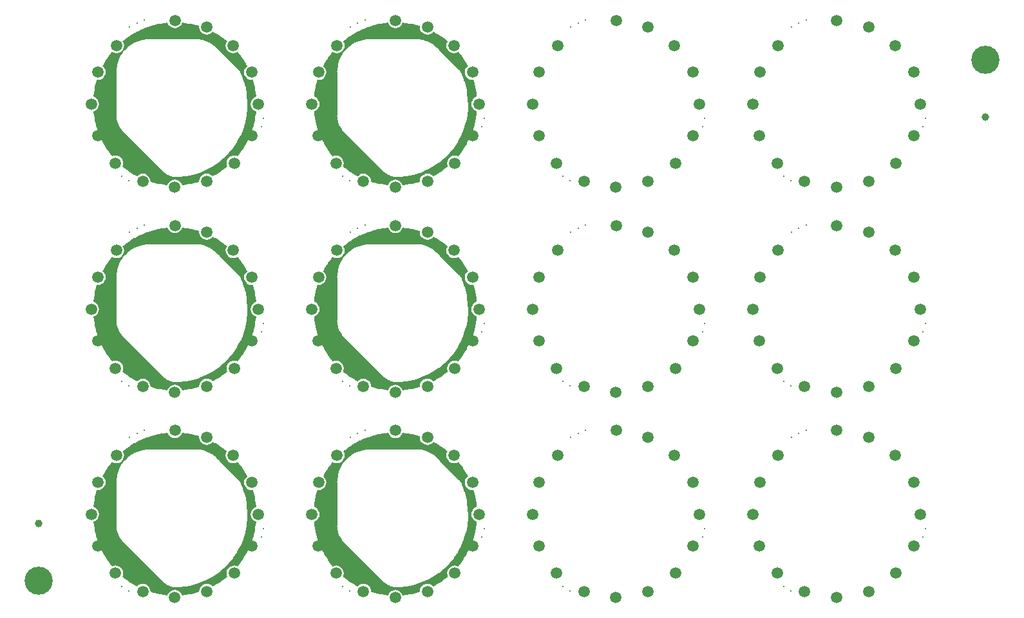
<source format=gbl>
G04*
G04 #@! TF.GenerationSoftware,Altium Limited,Altium Designer,19.0.15 (446)*
G04*
G04 Layer_Physical_Order=2*
G04 Layer_Color=16711680*
%FSAX25Y25*%
%MOIN*%
G70*
G01*
G75*
%ADD10C,0.03937*%
%ADD11C,0.14567*%
%ADD12C,0.00984*%
%ADD13C,0.05906*%
G36*
X0951006Y0581698D02*
X0951640Y0580872D01*
X0952466Y0580239D01*
X0953427Y0579840D01*
X0954459Y0579705D01*
X0955491Y0579840D01*
X0956452Y0580239D01*
X0957278Y0580872D01*
X0957912Y0581698D01*
X0958244Y0582501D01*
X0958899Y0582449D01*
X0959186Y0582395D01*
X0959473Y0582321D01*
X0959473Y0582321D01*
X0959958Y0582324D01*
X0961768Y0582037D01*
X0962181Y0581972D01*
X0962437Y0581912D01*
X0962745Y0581826D01*
X0962745Y0581826D01*
X0963236Y0581763D01*
X0965424Y0581237D01*
X0965511Y0581211D01*
X0965975Y0581064D01*
D01*
X0966460Y0580945D01*
X0967063Y0580749D01*
X0967005Y0580312D01*
X0967141Y0579280D01*
X0967540Y0578319D01*
X0968173Y0577493D01*
X0968999Y0576859D01*
X0969960Y0576461D01*
X0970992Y0576325D01*
X0972024Y0576461D01*
X0972986Y0576859D01*
X0973811Y0577493D01*
X0974080Y0577843D01*
X0974735Y0577509D01*
X0974759Y0577497D01*
X0975076Y0577309D01*
X0975081Y0577292D01*
X0975158Y0577260D01*
X0975567Y0577041D01*
X0977512Y0575849D01*
X0977903Y0575547D01*
X0977982Y0575514D01*
X0978406Y0575251D01*
X0980286Y0573886D01*
X0980571Y0573582D01*
X0980785Y0573455D01*
X0980828Y0573429D01*
X0981064Y0573268D01*
X0981486Y0572908D01*
X0981321Y0572693D01*
X0980923Y0571731D01*
X0980787Y0570699D01*
X0980923Y0569667D01*
X0981321Y0568706D01*
X0981955Y0567880D01*
X0982781Y0567247D01*
X0983742Y0566848D01*
X0984774Y0566712D01*
X0985806Y0566848D01*
X0986767Y0567247D01*
X0986983Y0567412D01*
X0987395Y0566928D01*
X0987447Y0566848D01*
X0987531Y0566709D01*
X0987657Y0566496D01*
X0987657Y0566496D01*
X0988002Y0566154D01*
X0989326Y0564331D01*
X0989589Y0563908D01*
X0989622Y0563828D01*
X0989924Y0563437D01*
X0991116Y0561492D01*
X0991145Y0561438D01*
X0991367Y0561006D01*
X0991367Y0561006D01*
X0991625Y0560579D01*
X0991960Y0559923D01*
X0991480Y0559554D01*
X0990846Y0558729D01*
X0990448Y0557767D01*
X0990312Y0556735D01*
X0990448Y0555703D01*
X0990846Y0554742D01*
X0991480Y0553916D01*
X0992305Y0553282D01*
X0993267Y0552884D01*
X0994299Y0552748D01*
X0994877Y0552824D01*
X0995046Y0552303D01*
X0995049Y0552295D01*
X0995147Y0551915D01*
X0995139Y0551900D01*
X0995171Y0551823D01*
X0995312Y0551349D01*
X0995866Y0549040D01*
X0995900Y0548671D01*
X0995987Y0548362D01*
X0995987Y0548362D01*
X0996013Y0548252D01*
X0996047Y0548106D01*
X0996112Y0547693D01*
X0996342Y0546242D01*
X0996420Y0545748D01*
X0996396Y0545398D01*
X0996470Y0545111D01*
Y0545111D01*
X0996491Y0545000D01*
X0996524Y0544824D01*
X0996580Y0544116D01*
X0995745Y0543770D01*
X0994919Y0543137D01*
X0994286Y0542311D01*
X0993888Y0541349D01*
X0993752Y0540317D01*
X0993888Y0539286D01*
X0994286Y0538324D01*
X0994919Y0537498D01*
X0995745Y0536865D01*
X0996570Y0536523D01*
X0996524Y0535945D01*
X0996470Y0535657D01*
X0996396Y0535371D01*
X0996396Y0535371D01*
X0996399Y0534885D01*
X0996112Y0533076D01*
X0996047Y0532663D01*
X0995987Y0532406D01*
X0995900Y0532098D01*
X0995900Y0532098D01*
X0995837Y0531608D01*
X0995312Y0529420D01*
X0995286Y0529332D01*
X0995139Y0528868D01*
D01*
X0995020Y0528384D01*
X0994300Y0526170D01*
X0994142Y0525768D01*
X0994118Y0525707D01*
X0994118Y0525706D01*
X0993954Y0525242D01*
X0993094Y0523164D01*
X0992883Y0522725D01*
X0992883Y0522724D01*
X0992819Y0522578D01*
X0992804Y0522542D01*
X0992645Y0522191D01*
X0992457Y0521822D01*
X0991584Y0520108D01*
X0991572Y0520084D01*
X0991384Y0519767D01*
X0991367Y0519763D01*
X0991335Y0519685D01*
X0991116Y0519276D01*
X0989924Y0517332D01*
X0989622Y0516940D01*
X0989589Y0516861D01*
X0989326Y0516437D01*
X0987960Y0514557D01*
X0987657Y0514272D01*
X0987530Y0514059D01*
X0987504Y0514015D01*
X0987343Y0513779D01*
X0986885Y0513243D01*
X0986200Y0513527D01*
X0985168Y0513662D01*
X0984136Y0513527D01*
X0983174Y0513128D01*
X0982349Y0512495D01*
X0981715Y0511669D01*
X0981317Y0510708D01*
X0981181Y0509676D01*
X0981317Y0508644D01*
X0981601Y0507959D01*
X0981003Y0507448D01*
X0980923Y0507396D01*
X0980784Y0507313D01*
X0980571Y0507187D01*
X0980571Y0507187D01*
X0980229Y0506842D01*
X0978406Y0505517D01*
X0977982Y0505254D01*
X0977903Y0505222D01*
X0977512Y0504920D01*
X0975567Y0503728D01*
X0975513Y0503699D01*
X0975081Y0503476D01*
X0975081Y0503476D01*
X0974654Y0503218D01*
X0974002Y0502886D01*
X0973857Y0503076D01*
X0973031Y0503709D01*
X0972069Y0504107D01*
X0971037Y0504243D01*
X0970006Y0504107D01*
X0969044Y0503709D01*
X0968218Y0503076D01*
X0967585Y0502250D01*
X0967186Y0501288D01*
X0967050Y0500256D01*
X0967081Y0500026D01*
X0966378Y0499797D01*
X0966370Y0499795D01*
X0965990Y0499696D01*
X0965975Y0499705D01*
X0965898Y0499673D01*
X0965424Y0499531D01*
X0963114Y0498977D01*
X0962745Y0498943D01*
X0962437Y0498857D01*
X0962437Y0498856D01*
X0962326Y0498831D01*
X0962181Y0498797D01*
X0961768Y0498731D01*
X0960317Y0498501D01*
X0959823Y0498423D01*
X0959473Y0498447D01*
X0959186Y0498373D01*
X0959186D01*
X0959074Y0498352D01*
X0958899Y0498319D01*
X0958218Y0498266D01*
X0957884Y0499071D01*
X0957251Y0499896D01*
X0956425Y0500530D01*
X0955463Y0500928D01*
X0954432Y0501064D01*
X0953400Y0500928D01*
X0952438Y0500530D01*
X0951612Y0499896D01*
X0950979Y0499071D01*
X0950647Y0498270D01*
X0950020Y0498319D01*
X0949732Y0498373D01*
X0949446Y0498447D01*
X0949446Y0498447D01*
X0948960Y0498445D01*
X0947150Y0498731D01*
X0946738Y0498797D01*
X0946481Y0498856D01*
X0946173Y0498943D01*
X0946173Y0498943D01*
X0945683Y0499006D01*
X0943495Y0499531D01*
X0943407Y0499557D01*
X0942943Y0499705D01*
D01*
X0942459Y0499824D01*
X0941799Y0500038D01*
X0941825Y0500239D01*
X0941689Y0501270D01*
X0941291Y0502232D01*
X0940658Y0503058D01*
X0939832Y0503691D01*
X0938870Y0504090D01*
X0937838Y0504225D01*
X0936806Y0504090D01*
X0935845Y0503691D01*
X0935019Y0503058D01*
X0934895Y0502896D01*
X0934183Y0503259D01*
X0934159Y0503272D01*
X0933842Y0503460D01*
X0933837Y0503476D01*
X0933760Y0503508D01*
X0933351Y0503728D01*
X0931406Y0504920D01*
X0931015Y0505222D01*
X0930936Y0505254D01*
X0930512Y0505517D01*
X0928632Y0506883D01*
X0928347Y0507187D01*
X0928133Y0507313D01*
X0928090Y0507339D01*
X0927854Y0507501D01*
X0927318Y0507959D01*
X0927602Y0508644D01*
X0927737Y0509676D01*
X0927602Y0510708D01*
X0927203Y0511669D01*
X0926570Y0512495D01*
X0925744Y0513128D01*
X0924782Y0513527D01*
X0923750Y0513662D01*
X0922719Y0513527D01*
X0922033Y0513243D01*
X0921523Y0513840D01*
X0921471Y0513920D01*
X0921388Y0514059D01*
X0921261Y0514272D01*
X0921261Y0514272D01*
X0920917Y0514614D01*
X0919592Y0516437D01*
X0919329Y0516861D01*
X0919296Y0516940D01*
X0918994Y0517332D01*
X0917803Y0519276D01*
X0917774Y0519330D01*
X0917551Y0519763D01*
X0917551Y0519763D01*
X0917293Y0520190D01*
X0916234Y0522268D01*
X0916108Y0522557D01*
X0916035Y0522724D01*
X0916035Y0522724D01*
X0915822Y0523170D01*
X0914964Y0525242D01*
X0914800Y0525706D01*
X0914800Y0525706D01*
X0914780Y0525758D01*
X0914725Y0525896D01*
X0914593Y0526247D01*
X0913872Y0528465D01*
X0913869Y0528473D01*
X0913771Y0528853D01*
X0913779Y0528868D01*
X0913747Y0528945D01*
X0913606Y0529420D01*
X0913052Y0531729D01*
X0913018Y0532098D01*
X0912931Y0532406D01*
X0912931Y0532407D01*
X0912905Y0532517D01*
X0912871Y0532663D01*
X0912806Y0533076D01*
X0912576Y0534527D01*
X0912498Y0535021D01*
X0912522Y0535371D01*
X0912448Y0535657D01*
Y0535657D01*
X0912427Y0535769D01*
X0912394Y0535945D01*
X0912348Y0536534D01*
X0913145Y0536865D01*
X0913971Y0537498D01*
X0914605Y0538324D01*
X0915003Y0539286D01*
X0915139Y0540317D01*
X0915003Y0541349D01*
X0914605Y0542311D01*
X0913971Y0543137D01*
X0913145Y0543770D01*
X0912337Y0544105D01*
X0912394Y0544824D01*
X0912448Y0545111D01*
X0912522Y0545398D01*
X0912522Y0545398D01*
X0912519Y0545884D01*
X0912806Y0547693D01*
X0912871Y0548106D01*
X0912931Y0548362D01*
X0913018Y0548671D01*
X0913018Y0548671D01*
X0913081Y0549161D01*
X0913606Y0551349D01*
X0913632Y0551437D01*
X0913779Y0551900D01*
D01*
X0913899Y0552385D01*
X0914071Y0552914D01*
X0914656Y0552837D01*
X0915687Y0552973D01*
X0916649Y0553371D01*
X0917475Y0554005D01*
X0918108Y0554831D01*
X0918507Y0555792D01*
X0918643Y0556824D01*
X0918507Y0557856D01*
X0918108Y0558818D01*
X0917475Y0559643D01*
X0917001Y0560007D01*
X0917334Y0560660D01*
X0917347Y0560685D01*
X0917535Y0561001D01*
X0917551Y0561006D01*
X0917583Y0561083D01*
X0917803Y0561492D01*
X0918994Y0563437D01*
X0919296Y0563828D01*
X0919329Y0563908D01*
X0919592Y0564331D01*
X0920958Y0566211D01*
X0921261Y0566496D01*
X0921388Y0566710D01*
X0921414Y0566753D01*
X0921575Y0566990D01*
X0921936Y0567412D01*
X0922151Y0567247D01*
X0923112Y0566848D01*
X0924144Y0566712D01*
X0925176Y0566848D01*
X0926138Y0567247D01*
X0926963Y0567880D01*
X0927597Y0568706D01*
X0927995Y0569667D01*
X0928131Y0570699D01*
X0927995Y0571731D01*
X0927597Y0572693D01*
X0927432Y0572908D01*
X0927915Y0573320D01*
X0927935Y0573337D01*
X0927940Y0573340D01*
X0928347Y0573582D01*
X0928347D01*
X0928347Y0573586D01*
X0928684Y0573923D01*
X0930512Y0575251D01*
X0930936Y0575514D01*
X0931015Y0575547D01*
X0931406Y0575849D01*
X0933351Y0577041D01*
X0933405Y0577070D01*
X0933837Y0577292D01*
X0933837Y0577292D01*
X0934264Y0577551D01*
X0935897Y0578383D01*
X0936343Y0578610D01*
X0936632Y0578736D01*
X0936799Y0578808D01*
X0936799Y0578808D01*
X0937245Y0579021D01*
X0939317Y0579880D01*
X0939781Y0580043D01*
X0939781Y0580043D01*
X0939832Y0580063D01*
X0939971Y0580118D01*
X0940322Y0580251D01*
X0942540Y0580971D01*
X0942548Y0580974D01*
X0942928Y0581072D01*
X0942943Y0581064D01*
X0943020Y0581096D01*
X0943495Y0581237D01*
X0945804Y0581792D01*
X0946173Y0581826D01*
X0946481Y0581912D01*
X0946481Y0581912D01*
X0946592Y0581938D01*
X0946738Y0581972D01*
X0947150Y0582037D01*
X0948602Y0582267D01*
X0949095Y0582346D01*
X0949446Y0582321D01*
X0949732Y0582395D01*
X0949732D01*
X0949844Y0582416D01*
X0950020Y0582449D01*
X0950674Y0582501D01*
X0951006Y0581698D01*
D02*
G37*
G36*
X0836833D02*
X0837467Y0580872D01*
X0838292Y0580239D01*
X0839254Y0579840D01*
X0840286Y0579705D01*
X0841318Y0579840D01*
X0842279Y0580239D01*
X0843105Y0580872D01*
X0843739Y0581698D01*
X0844071Y0582501D01*
X0844725Y0582449D01*
X0845013Y0582395D01*
X0845299Y0582321D01*
X0845299Y0582321D01*
X0845785Y0582324D01*
X0847595Y0582037D01*
X0848007Y0581972D01*
X0848264Y0581912D01*
X0848572Y0581826D01*
X0848572Y0581826D01*
X0849063Y0581763D01*
X0851250Y0581237D01*
X0851338Y0581211D01*
X0851802Y0581064D01*
D01*
X0852287Y0580945D01*
X0852890Y0580749D01*
X0852832Y0580312D01*
X0852968Y0579280D01*
X0853366Y0578319D01*
X0854000Y0577493D01*
X0854826Y0576859D01*
X0855787Y0576461D01*
X0856819Y0576325D01*
X0857851Y0576461D01*
X0858813Y0576859D01*
X0859638Y0577493D01*
X0859907Y0577843D01*
X0860562Y0577509D01*
X0860586Y0577497D01*
X0860903Y0577309D01*
X0860907Y0577292D01*
X0860985Y0577260D01*
X0861394Y0577041D01*
X0863339Y0575849D01*
X0863730Y0575547D01*
X0863809Y0575514D01*
X0864233Y0575251D01*
X0866113Y0573886D01*
X0866398Y0573582D01*
X0866612Y0573455D01*
X0866655Y0573429D01*
X0866891Y0573268D01*
X0867313Y0572908D01*
X0867148Y0572693D01*
X0866750Y0571731D01*
X0866614Y0570699D01*
X0866750Y0569667D01*
X0867148Y0568706D01*
X0867782Y0567880D01*
X0868607Y0567247D01*
X0869569Y0566848D01*
X0870601Y0566712D01*
X0871633Y0566848D01*
X0872594Y0567247D01*
X0872809Y0567412D01*
X0873222Y0566928D01*
X0873274Y0566848D01*
X0873357Y0566709D01*
X0873484Y0566496D01*
X0873484Y0566496D01*
X0873828Y0566154D01*
X0875153Y0564331D01*
X0875416Y0563908D01*
X0875449Y0563828D01*
X0875751Y0563437D01*
X0876942Y0561492D01*
X0876971Y0561438D01*
X0877194Y0561006D01*
X0877194Y0561006D01*
X0877452Y0560579D01*
X0877787Y0559923D01*
X0877306Y0559554D01*
X0876673Y0558729D01*
X0876275Y0557767D01*
X0876139Y0556735D01*
X0876275Y0555703D01*
X0876673Y0554742D01*
X0877306Y0553916D01*
X0878132Y0553282D01*
X0879094Y0552884D01*
X0880126Y0552748D01*
X0880704Y0552824D01*
X0880873Y0552303D01*
X0880875Y0552295D01*
X0880974Y0551915D01*
X0880966Y0551900D01*
X0880998Y0551823D01*
X0881139Y0551349D01*
X0881693Y0549040D01*
X0881727Y0548671D01*
X0881814Y0548362D01*
X0881814Y0548362D01*
X0881840Y0548252D01*
X0881874Y0548106D01*
X0881939Y0547693D01*
X0882169Y0546242D01*
X0882247Y0545748D01*
X0882223Y0545398D01*
X0882297Y0545111D01*
Y0545111D01*
X0882318Y0545000D01*
X0882351Y0544824D01*
X0882407Y0544116D01*
X0881572Y0543770D01*
X0880746Y0543137D01*
X0880113Y0542311D01*
X0879714Y0541349D01*
X0879578Y0540317D01*
X0879714Y0539286D01*
X0880113Y0538324D01*
X0880746Y0537498D01*
X0881572Y0536865D01*
X0882397Y0536523D01*
X0882351Y0535945D01*
X0882297Y0535657D01*
X0882223Y0535371D01*
X0882223Y0535371D01*
X0882226Y0534885D01*
X0881939Y0533076D01*
X0881874Y0532663D01*
X0881814Y0532406D01*
X0881727Y0532098D01*
X0881727Y0532098D01*
X0881664Y0531608D01*
X0881139Y0529420D01*
X0881113Y0529332D01*
X0880966Y0528868D01*
D01*
X0880846Y0528384D01*
X0880127Y0526170D01*
X0879969Y0525768D01*
X0879945Y0525707D01*
X0879945Y0525706D01*
X0879781Y0525242D01*
X0878921Y0523164D01*
X0878710Y0522725D01*
X0878710Y0522724D01*
X0878646Y0522578D01*
X0878630Y0522542D01*
X0878472Y0522191D01*
X0878284Y0521822D01*
X0877411Y0520108D01*
X0877398Y0520084D01*
X0877211Y0519767D01*
X0877194Y0519763D01*
X0877162Y0519685D01*
X0876942Y0519276D01*
X0875751Y0517332D01*
X0875449Y0516940D01*
X0875416Y0516861D01*
X0875153Y0516437D01*
X0873787Y0514557D01*
X0873484Y0514272D01*
X0873357Y0514059D01*
X0873331Y0514015D01*
X0873170Y0513779D01*
X0872712Y0513243D01*
X0872026Y0513527D01*
X0870994Y0513662D01*
X0869963Y0513527D01*
X0869001Y0513128D01*
X0868175Y0512495D01*
X0867542Y0511669D01*
X0867144Y0510708D01*
X0867008Y0509676D01*
X0867144Y0508644D01*
X0867427Y0507959D01*
X0866830Y0507448D01*
X0866750Y0507396D01*
X0866611Y0507313D01*
X0866398Y0507187D01*
X0866398Y0507187D01*
X0866056Y0506842D01*
X0864233Y0505517D01*
X0863809Y0505254D01*
X0863730Y0505222D01*
X0863339Y0504920D01*
X0861394Y0503728D01*
X0861340Y0503699D01*
X0860908Y0503476D01*
X0860907Y0503476D01*
X0860481Y0503218D01*
X0859829Y0502886D01*
X0859683Y0503076D01*
X0858858Y0503709D01*
X0857896Y0504107D01*
X0856864Y0504243D01*
X0855832Y0504107D01*
X0854871Y0503709D01*
X0854045Y0503076D01*
X0853411Y0502250D01*
X0853013Y0501288D01*
X0852877Y0500256D01*
X0852908Y0500026D01*
X0852205Y0499797D01*
X0852197Y0499795D01*
X0851817Y0499696D01*
X0851802Y0499705D01*
X0851725Y0499673D01*
X0851250Y0499531D01*
X0848941Y0498977D01*
X0848572Y0498943D01*
X0848264Y0498857D01*
X0848264Y0498856D01*
X0848153Y0498831D01*
X0848007Y0498797D01*
X0847595Y0498731D01*
X0846144Y0498501D01*
X0845650Y0498423D01*
X0845299Y0498447D01*
X0845013Y0498373D01*
X0845013D01*
X0844901Y0498352D01*
X0844725Y0498319D01*
X0844044Y0498266D01*
X0843711Y0499071D01*
X0843077Y0499896D01*
X0842252Y0500530D01*
X0841290Y0500928D01*
X0840258Y0501064D01*
X0839226Y0500928D01*
X0838265Y0500530D01*
X0837439Y0499896D01*
X0836806Y0499071D01*
X0836474Y0498270D01*
X0835846Y0498319D01*
X0835559Y0498373D01*
X0835272Y0498447D01*
X0835272Y0498447D01*
X0834787Y0498445D01*
X0832977Y0498731D01*
X0832564Y0498797D01*
X0832308Y0498856D01*
X0831999Y0498943D01*
X0831999Y0498943D01*
X0831509Y0499006D01*
X0829321Y0499531D01*
X0829234Y0499557D01*
X0828770Y0499705D01*
D01*
X0828285Y0499824D01*
X0827626Y0500038D01*
X0827652Y0500239D01*
X0827516Y0501270D01*
X0827118Y0502232D01*
X0826484Y0503058D01*
X0825659Y0503691D01*
X0824697Y0504090D01*
X0823665Y0504225D01*
X0822633Y0504090D01*
X0821672Y0503691D01*
X0820846Y0503058D01*
X0820722Y0502896D01*
X0820010Y0503259D01*
X0819986Y0503272D01*
X0819669Y0503460D01*
X0819664Y0503476D01*
X0819587Y0503508D01*
X0819178Y0503728D01*
X0817233Y0504920D01*
X0816842Y0505222D01*
X0816763Y0505254D01*
X0816339Y0505517D01*
X0814459Y0506883D01*
X0814174Y0507187D01*
X0813960Y0507313D01*
X0813917Y0507339D01*
X0813681Y0507501D01*
X0813144Y0507959D01*
X0813428Y0508644D01*
X0813564Y0509676D01*
X0813428Y0510708D01*
X0813030Y0511669D01*
X0812396Y0512495D01*
X0811571Y0513128D01*
X0810609Y0513527D01*
X0809577Y0513662D01*
X0808545Y0513527D01*
X0807860Y0513243D01*
X0807350Y0513840D01*
X0807298Y0513920D01*
X0807214Y0514059D01*
X0807088Y0514272D01*
X0807088Y0514272D01*
X0806743Y0514614D01*
X0805419Y0516437D01*
X0805156Y0516861D01*
X0805123Y0516940D01*
X0804821Y0517332D01*
X0803629Y0519276D01*
X0803600Y0519330D01*
X0803378Y0519763D01*
X0803378Y0519763D01*
X0803119Y0520190D01*
X0802061Y0522268D01*
X0801935Y0522557D01*
X0801862Y0522724D01*
X0801862Y0522724D01*
X0801649Y0523170D01*
X0800790Y0525242D01*
X0800627Y0525706D01*
X0800627Y0525706D01*
X0800607Y0525758D01*
X0800552Y0525896D01*
X0800420Y0526247D01*
X0799699Y0528465D01*
X0799696Y0528473D01*
X0799598Y0528853D01*
X0799606Y0528868D01*
X0799574Y0528945D01*
X0799433Y0529420D01*
X0798879Y0531729D01*
X0798845Y0532098D01*
X0798758Y0532406D01*
X0798758Y0532407D01*
X0798732Y0532517D01*
X0798698Y0532663D01*
X0798633Y0533076D01*
X0798403Y0534527D01*
X0798325Y0535021D01*
X0798349Y0535371D01*
X0798275Y0535657D01*
Y0535657D01*
X0798254Y0535769D01*
X0798221Y0535945D01*
X0798174Y0536534D01*
X0798972Y0536865D01*
X0799798Y0537498D01*
X0800432Y0538324D01*
X0800830Y0539286D01*
X0800966Y0540317D01*
X0800830Y0541349D01*
X0800432Y0542311D01*
X0799798Y0543137D01*
X0798972Y0543770D01*
X0798164Y0544105D01*
X0798221Y0544824D01*
X0798275Y0545111D01*
X0798349Y0545398D01*
X0798349Y0545398D01*
X0798346Y0545884D01*
X0798633Y0547693D01*
X0798698Y0548106D01*
X0798758Y0548362D01*
X0798845Y0548671D01*
X0798845Y0548671D01*
X0798908Y0549161D01*
X0799433Y0551349D01*
X0799459Y0551437D01*
X0799606Y0551900D01*
D01*
X0799725Y0552385D01*
X0799897Y0552914D01*
X0800482Y0552837D01*
X0801514Y0552973D01*
X0802476Y0553371D01*
X0803302Y0554005D01*
X0803935Y0554831D01*
X0804333Y0555792D01*
X0804469Y0556824D01*
X0804333Y0557856D01*
X0803935Y0558818D01*
X0803302Y0559643D01*
X0802828Y0560007D01*
X0803161Y0560660D01*
X0803174Y0560685D01*
X0803361Y0561001D01*
X0803378Y0561006D01*
X0803410Y0561083D01*
X0803629Y0561492D01*
X0804821Y0563437D01*
X0805123Y0563828D01*
X0805156Y0563908D01*
X0805419Y0564331D01*
X0806785Y0566211D01*
X0807088Y0566496D01*
X0807215Y0566710D01*
X0807241Y0566753D01*
X0807402Y0566990D01*
X0807763Y0567412D01*
X0807977Y0567247D01*
X0808939Y0566848D01*
X0809971Y0566712D01*
X0811003Y0566848D01*
X0811964Y0567247D01*
X0812790Y0567880D01*
X0813424Y0568706D01*
X0813822Y0569667D01*
X0813958Y0570699D01*
X0813822Y0571731D01*
X0813424Y0572693D01*
X0813259Y0572908D01*
X0813742Y0573320D01*
X0813762Y0573337D01*
X0813767Y0573340D01*
X0814174Y0573582D01*
X0814174D01*
X0814174Y0573586D01*
X0814511Y0573923D01*
X0816339Y0575251D01*
X0816763Y0575514D01*
X0816842Y0575547D01*
X0817233Y0575849D01*
X0819178Y0577041D01*
X0819232Y0577070D01*
X0819664Y0577292D01*
X0819664Y0577292D01*
X0820091Y0577551D01*
X0821724Y0578383D01*
X0822169Y0578610D01*
X0822459Y0578736D01*
X0822626Y0578808D01*
X0822626Y0578808D01*
X0823071Y0579021D01*
X0825144Y0579880D01*
X0825607Y0580043D01*
X0825608Y0580043D01*
X0825659Y0580063D01*
X0825798Y0580118D01*
X0826149Y0580251D01*
X0828367Y0580971D01*
X0828375Y0580974D01*
X0828755Y0581072D01*
X0828770Y0581064D01*
X0828847Y0581096D01*
X0829321Y0581237D01*
X0831631Y0581792D01*
X0831999Y0581826D01*
X0832308Y0581912D01*
X0832308Y0581912D01*
X0832419Y0581938D01*
X0832564Y0581972D01*
X0832977Y0582037D01*
X0834428Y0582267D01*
X0834922Y0582346D01*
X0835272Y0582321D01*
X0835559Y0582395D01*
X0835559D01*
X0835670Y0582416D01*
X0835846Y0582449D01*
X0836501Y0582501D01*
X0836833Y0581698D01*
D02*
G37*
G36*
X0951006Y0475399D02*
X0951640Y0474573D01*
X0952466Y0473940D01*
X0953427Y0473541D01*
X0954459Y0473405D01*
X0955491Y0473541D01*
X0956452Y0473940D01*
X0957278Y0474573D01*
X0957912Y0475399D01*
X0958244Y0476202D01*
X0958899Y0476150D01*
X0959186Y0476096D01*
X0959473Y0476022D01*
X0959473Y0476022D01*
X0959958Y0476025D01*
X0961768Y0475738D01*
X0962181Y0475673D01*
X0962437Y0475613D01*
X0962745Y0475526D01*
X0962745Y0475526D01*
X0963236Y0475463D01*
X0965424Y0474938D01*
X0965511Y0474912D01*
X0965975Y0474765D01*
D01*
X0966460Y0474646D01*
X0967063Y0474450D01*
X0967005Y0474013D01*
X0967141Y0472981D01*
X0967540Y0472019D01*
X0968173Y0471194D01*
X0968999Y0470560D01*
X0969960Y0470162D01*
X0970992Y0470026D01*
X0972024Y0470162D01*
X0972986Y0470560D01*
X0973811Y0471194D01*
X0974080Y0471544D01*
X0974735Y0471210D01*
X0974759Y0471198D01*
X0975076Y0471010D01*
X0975081Y0470993D01*
X0975158Y0470961D01*
X0975567Y0470742D01*
X0977512Y0469550D01*
X0977903Y0469248D01*
X0977982Y0469215D01*
X0978406Y0468952D01*
X0980286Y0467586D01*
X0980571Y0467283D01*
X0980785Y0467156D01*
X0980828Y0467130D01*
X0981064Y0466969D01*
X0981486Y0466608D01*
X0981321Y0466394D01*
X0980923Y0465432D01*
X0980787Y0464400D01*
X0980923Y0463368D01*
X0981321Y0462407D01*
X0981955Y0461581D01*
X0982781Y0460947D01*
X0983742Y0460549D01*
X0984774Y0460413D01*
X0985806Y0460549D01*
X0986767Y0460947D01*
X0986983Y0461112D01*
X0987395Y0460629D01*
X0987447Y0460549D01*
X0987531Y0460410D01*
X0987657Y0460197D01*
X0987657Y0460197D01*
X0988002Y0459855D01*
X0989326Y0458032D01*
X0989589Y0457608D01*
X0989622Y0457529D01*
X0989924Y0457138D01*
X0991116Y0455193D01*
X0991145Y0455139D01*
X0991367Y0454707D01*
X0991367Y0454707D01*
X0991625Y0454280D01*
X0991960Y0453623D01*
X0991480Y0453255D01*
X0990846Y0452429D01*
X0990448Y0451468D01*
X0990312Y0450436D01*
X0990448Y0449404D01*
X0990846Y0448443D01*
X0991480Y0447617D01*
X0992305Y0446983D01*
X0993267Y0446585D01*
X0994299Y0446449D01*
X0994877Y0446525D01*
X0995046Y0446004D01*
X0995049Y0445996D01*
X0995147Y0445616D01*
X0995139Y0445601D01*
X0995171Y0445524D01*
X0995312Y0445050D01*
X0995866Y0442740D01*
X0995900Y0442372D01*
X0995987Y0442063D01*
X0995987Y0442063D01*
X0996013Y0441953D01*
X0996047Y0441807D01*
X0996112Y0441394D01*
X0996342Y0439943D01*
X0996420Y0439449D01*
X0996396Y0439099D01*
X0996470Y0438812D01*
Y0438812D01*
X0996491Y0438700D01*
X0996524Y0438525D01*
X0996580Y0437817D01*
X0995745Y0437471D01*
X0994919Y0436837D01*
X0994286Y0436012D01*
X0993888Y0435050D01*
X0993752Y0434018D01*
X0993888Y0432986D01*
X0994286Y0432025D01*
X0994919Y0431199D01*
X0995745Y0430566D01*
X0996570Y0430224D01*
X0996524Y0429646D01*
X0996470Y0429358D01*
X0996396Y0429072D01*
X0996396Y0429072D01*
X0996399Y0428586D01*
X0996112Y0426776D01*
X0996047Y0426364D01*
X0995987Y0426107D01*
X0995900Y0425799D01*
X0995900Y0425799D01*
X0995837Y0425309D01*
X0995312Y0423121D01*
X0995286Y0423033D01*
X0995139Y0422569D01*
D01*
X0995020Y0422085D01*
X0994300Y0419871D01*
X0994142Y0419468D01*
X0994118Y0419407D01*
X0994118Y0419407D01*
X0993954Y0418943D01*
X0993094Y0416865D01*
X0992883Y0416425D01*
X0992883Y0416425D01*
X0992819Y0416278D01*
X0992804Y0416243D01*
X0992645Y0415892D01*
X0992457Y0415523D01*
X0991584Y0413809D01*
X0991572Y0413785D01*
X0991384Y0413468D01*
X0991367Y0413463D01*
X0991335Y0413386D01*
X0991116Y0412977D01*
X0989924Y0411032D01*
X0989622Y0410641D01*
X0989589Y0410562D01*
X0989326Y0410138D01*
X0987960Y0408258D01*
X0987657Y0407973D01*
X0987530Y0407759D01*
X0987504Y0407716D01*
X0987343Y0407480D01*
X0986885Y0406944D01*
X0986200Y0407228D01*
X0985168Y0407363D01*
X0984136Y0407228D01*
X0983174Y0406829D01*
X0982349Y0406196D01*
X0981715Y0405370D01*
X0981317Y0404408D01*
X0981181Y0403376D01*
X0981317Y0402345D01*
X0981601Y0401659D01*
X0981003Y0401149D01*
X0980923Y0401097D01*
X0980784Y0401014D01*
X0980571Y0400887D01*
X0980571Y0400887D01*
X0980229Y0400543D01*
X0978406Y0399218D01*
X0977982Y0398955D01*
X0977903Y0398922D01*
X0977512Y0398620D01*
X0975567Y0397429D01*
X0975513Y0397400D01*
X0975081Y0397177D01*
X0975081Y0397177D01*
X0974654Y0396919D01*
X0974002Y0396587D01*
X0973857Y0396776D01*
X0973031Y0397410D01*
X0972069Y0397808D01*
X0971037Y0397944D01*
X0970006Y0397808D01*
X0969044Y0397410D01*
X0968218Y0396776D01*
X0967585Y0395951D01*
X0967186Y0394989D01*
X0967050Y0393957D01*
X0967081Y0393726D01*
X0966378Y0393498D01*
X0966370Y0393496D01*
X0965990Y0393397D01*
X0965975Y0393406D01*
X0965898Y0393373D01*
X0965424Y0393232D01*
X0963114Y0392678D01*
X0962745Y0392644D01*
X0962437Y0392557D01*
X0962437Y0392557D01*
X0962326Y0392531D01*
X0962181Y0392497D01*
X0961768Y0392432D01*
X0960317Y0392202D01*
X0959823Y0392124D01*
X0959473Y0392148D01*
X0959186Y0392074D01*
X0959186D01*
X0959074Y0392053D01*
X0958899Y0392020D01*
X0958218Y0391966D01*
X0957884Y0392772D01*
X0957251Y0393597D01*
X0956425Y0394231D01*
X0955463Y0394629D01*
X0954432Y0394765D01*
X0953400Y0394629D01*
X0952438Y0394231D01*
X0951612Y0393597D01*
X0950979Y0392772D01*
X0950647Y0391971D01*
X0950020Y0392020D01*
X0949732Y0392074D01*
X0949446Y0392148D01*
X0949446Y0392148D01*
X0948960Y0392145D01*
X0947150Y0392432D01*
X0946738Y0392497D01*
X0946481Y0392557D01*
X0946173Y0392644D01*
X0946173Y0392644D01*
X0945683Y0392707D01*
X0943495Y0393232D01*
X0943407Y0393258D01*
X0942943Y0393406D01*
D01*
X0942459Y0393525D01*
X0941799Y0393739D01*
X0941825Y0393939D01*
X0941689Y0394971D01*
X0941291Y0395933D01*
X0940658Y0396759D01*
X0939832Y0397392D01*
X0938870Y0397790D01*
X0937838Y0397926D01*
X0936806Y0397790D01*
X0935845Y0397392D01*
X0935019Y0396759D01*
X0934895Y0396597D01*
X0934183Y0396960D01*
X0934159Y0396973D01*
X0933842Y0397161D01*
X0933837Y0397177D01*
X0933760Y0397209D01*
X0933351Y0397429D01*
X0931406Y0398620D01*
X0931015Y0398922D01*
X0930936Y0398955D01*
X0930512Y0399218D01*
X0928632Y0400584D01*
X0928347Y0400887D01*
X0928133Y0401014D01*
X0928090Y0401040D01*
X0927854Y0401201D01*
X0927318Y0401659D01*
X0927602Y0402345D01*
X0927737Y0403376D01*
X0927602Y0404408D01*
X0927203Y0405370D01*
X0926570Y0406196D01*
X0925744Y0406829D01*
X0924782Y0407228D01*
X0923750Y0407363D01*
X0922719Y0407228D01*
X0922033Y0406944D01*
X0921523Y0407541D01*
X0921471Y0407621D01*
X0921388Y0407760D01*
X0921261Y0407973D01*
X0921261Y0407973D01*
X0920917Y0408315D01*
X0919592Y0410138D01*
X0919329Y0410562D01*
X0919296Y0410641D01*
X0918994Y0411032D01*
X0917803Y0412977D01*
X0917774Y0413031D01*
X0917551Y0413463D01*
X0917551Y0413463D01*
X0917293Y0413890D01*
X0916234Y0415968D01*
X0916108Y0416258D01*
X0916035Y0416425D01*
X0916035Y0416425D01*
X0915822Y0416870D01*
X0914964Y0418943D01*
X0914800Y0419407D01*
X0914800Y0419407D01*
X0914780Y0419458D01*
X0914725Y0419597D01*
X0914593Y0419948D01*
X0913872Y0422166D01*
X0913869Y0422174D01*
X0913771Y0422554D01*
X0913779Y0422569D01*
X0913747Y0422646D01*
X0913606Y0423121D01*
X0913052Y0425430D01*
X0913018Y0425799D01*
X0912931Y0426107D01*
X0912931Y0426107D01*
X0912905Y0426218D01*
X0912871Y0426364D01*
X0912806Y0426776D01*
X0912576Y0428228D01*
X0912498Y0428721D01*
X0912522Y0429072D01*
X0912448Y0429358D01*
Y0429358D01*
X0912427Y0429470D01*
X0912394Y0429646D01*
X0912348Y0430235D01*
X0913145Y0430566D01*
X0913971Y0431199D01*
X0914605Y0432025D01*
X0915003Y0432986D01*
X0915139Y0434018D01*
X0915003Y0435050D01*
X0914605Y0436012D01*
X0913971Y0436837D01*
X0913145Y0437471D01*
X0912337Y0437806D01*
X0912394Y0438525D01*
X0912448Y0438812D01*
X0912522Y0439099D01*
X0912522Y0439099D01*
X0912519Y0439584D01*
X0912806Y0441394D01*
X0912871Y0441807D01*
X0912931Y0442063D01*
X0913018Y0442372D01*
X0913018Y0442372D01*
X0913081Y0442862D01*
X0913606Y0445050D01*
X0913632Y0445137D01*
X0913779Y0445601D01*
D01*
X0913899Y0446086D01*
X0914071Y0446615D01*
X0914656Y0446538D01*
X0915687Y0446674D01*
X0916649Y0447072D01*
X0917475Y0447706D01*
X0918108Y0448531D01*
X0918507Y0449493D01*
X0918643Y0450525D01*
X0918507Y0451557D01*
X0918108Y0452518D01*
X0917475Y0453344D01*
X0917001Y0453708D01*
X0917334Y0454361D01*
X0917347Y0454385D01*
X0917535Y0454702D01*
X0917551Y0454707D01*
X0917583Y0454784D01*
X0917803Y0455193D01*
X0918994Y0457138D01*
X0919296Y0457529D01*
X0919329Y0457608D01*
X0919592Y0458032D01*
X0920958Y0459912D01*
X0921261Y0460197D01*
X0921388Y0460411D01*
X0921414Y0460454D01*
X0921575Y0460690D01*
X0921936Y0461112D01*
X0922151Y0460947D01*
X0923112Y0460549D01*
X0924144Y0460413D01*
X0925176Y0460549D01*
X0926138Y0460947D01*
X0926963Y0461581D01*
X0927597Y0462407D01*
X0927995Y0463368D01*
X0928131Y0464400D01*
X0927995Y0465432D01*
X0927597Y0466394D01*
X0927432Y0466608D01*
X0927915Y0467021D01*
X0927935Y0467038D01*
X0927940Y0467041D01*
X0928347Y0467283D01*
X0928347D01*
X0928347Y0467287D01*
X0928684Y0467624D01*
X0930512Y0468952D01*
X0930936Y0469215D01*
X0931015Y0469248D01*
X0931406Y0469550D01*
X0933351Y0470742D01*
X0933405Y0470771D01*
X0933837Y0470993D01*
X0933837Y0470993D01*
X0934264Y0471251D01*
X0935897Y0472083D01*
X0936343Y0472310D01*
X0936632Y0472437D01*
X0936799Y0472509D01*
X0936799Y0472509D01*
X0937245Y0472722D01*
X0939317Y0473581D01*
X0939781Y0473744D01*
X0939781Y0473744D01*
X0939832Y0473764D01*
X0939971Y0473819D01*
X0940322Y0473951D01*
X0942540Y0474672D01*
X0942548Y0474675D01*
X0942928Y0474773D01*
X0942943Y0474765D01*
X0943020Y0474797D01*
X0943495Y0474938D01*
X0945804Y0475492D01*
X0946173Y0475526D01*
X0946481Y0475613D01*
X0946481Y0475613D01*
X0946592Y0475639D01*
X0946738Y0475673D01*
X0947150Y0475738D01*
X0948602Y0475968D01*
X0949095Y0476046D01*
X0949446Y0476022D01*
X0949732Y0476096D01*
X0949732D01*
X0949844Y0476117D01*
X0950020Y0476150D01*
X0950674Y0476202D01*
X0951006Y0475399D01*
D02*
G37*
G36*
X0836833D02*
X0837467Y0474573D01*
X0838292Y0473940D01*
X0839254Y0473541D01*
X0840286Y0473405D01*
X0841318Y0473541D01*
X0842279Y0473940D01*
X0843105Y0474573D01*
X0843739Y0475399D01*
X0844071Y0476202D01*
X0844725Y0476150D01*
X0845013Y0476096D01*
X0845299Y0476022D01*
X0845299Y0476022D01*
X0845785Y0476025D01*
X0847595Y0475738D01*
X0848007Y0475673D01*
X0848264Y0475613D01*
X0848572Y0475526D01*
X0848572Y0475526D01*
X0849063Y0475463D01*
X0851250Y0474938D01*
X0851338Y0474912D01*
X0851802Y0474765D01*
D01*
X0852287Y0474646D01*
X0852890Y0474450D01*
X0852832Y0474013D01*
X0852968Y0472981D01*
X0853366Y0472019D01*
X0854000Y0471194D01*
X0854826Y0470560D01*
X0855787Y0470162D01*
X0856819Y0470026D01*
X0857851Y0470162D01*
X0858813Y0470560D01*
X0859638Y0471194D01*
X0859907Y0471544D01*
X0860562Y0471210D01*
X0860586Y0471198D01*
X0860903Y0471010D01*
X0860907Y0470993D01*
X0860985Y0470961D01*
X0861394Y0470742D01*
X0863339Y0469550D01*
X0863730Y0469248D01*
X0863809Y0469215D01*
X0864233Y0468952D01*
X0866113Y0467586D01*
X0866398Y0467283D01*
X0866612Y0467156D01*
X0866655Y0467130D01*
X0866891Y0466969D01*
X0867313Y0466608D01*
X0867148Y0466394D01*
X0866750Y0465432D01*
X0866614Y0464400D01*
X0866750Y0463368D01*
X0867148Y0462407D01*
X0867782Y0461581D01*
X0868607Y0460947D01*
X0869569Y0460549D01*
X0870601Y0460413D01*
X0871633Y0460549D01*
X0872594Y0460947D01*
X0872809Y0461112D01*
X0873222Y0460629D01*
X0873274Y0460549D01*
X0873357Y0460410D01*
X0873484Y0460197D01*
X0873484Y0460197D01*
X0873828Y0459855D01*
X0875153Y0458032D01*
X0875416Y0457608D01*
X0875449Y0457529D01*
X0875751Y0457138D01*
X0876942Y0455193D01*
X0876971Y0455139D01*
X0877194Y0454707D01*
X0877194Y0454707D01*
X0877452Y0454280D01*
X0877787Y0453623D01*
X0877306Y0453255D01*
X0876673Y0452429D01*
X0876275Y0451468D01*
X0876139Y0450436D01*
X0876275Y0449404D01*
X0876673Y0448443D01*
X0877306Y0447617D01*
X0878132Y0446983D01*
X0879094Y0446585D01*
X0880126Y0446449D01*
X0880704Y0446525D01*
X0880873Y0446004D01*
X0880875Y0445996D01*
X0880974Y0445616D01*
X0880966Y0445601D01*
X0880998Y0445524D01*
X0881139Y0445050D01*
X0881693Y0442740D01*
X0881727Y0442372D01*
X0881814Y0442063D01*
X0881814Y0442063D01*
X0881840Y0441953D01*
X0881874Y0441807D01*
X0881939Y0441394D01*
X0882169Y0439943D01*
X0882247Y0439449D01*
X0882223Y0439099D01*
X0882297Y0438812D01*
Y0438812D01*
X0882318Y0438700D01*
X0882351Y0438525D01*
X0882407Y0437817D01*
X0881572Y0437471D01*
X0880746Y0436837D01*
X0880113Y0436012D01*
X0879714Y0435050D01*
X0879578Y0434018D01*
X0879714Y0432986D01*
X0880113Y0432025D01*
X0880746Y0431199D01*
X0881572Y0430566D01*
X0882397Y0430224D01*
X0882351Y0429646D01*
X0882297Y0429358D01*
X0882223Y0429072D01*
X0882223Y0429072D01*
X0882226Y0428586D01*
X0881939Y0426776D01*
X0881874Y0426364D01*
X0881814Y0426107D01*
X0881727Y0425799D01*
X0881727Y0425799D01*
X0881664Y0425309D01*
X0881139Y0423121D01*
X0881113Y0423033D01*
X0880966Y0422569D01*
D01*
X0880846Y0422085D01*
X0880127Y0419871D01*
X0879969Y0419468D01*
X0879945Y0419407D01*
X0879945Y0419407D01*
X0879781Y0418943D01*
X0878921Y0416865D01*
X0878710Y0416425D01*
X0878710Y0416425D01*
X0878646Y0416278D01*
X0878630Y0416243D01*
X0878472Y0415892D01*
X0878284Y0415523D01*
X0877411Y0413809D01*
X0877398Y0413785D01*
X0877211Y0413468D01*
X0877194Y0413463D01*
X0877162Y0413386D01*
X0876942Y0412977D01*
X0875751Y0411032D01*
X0875449Y0410641D01*
X0875416Y0410562D01*
X0875153Y0410138D01*
X0873787Y0408258D01*
X0873484Y0407973D01*
X0873357Y0407759D01*
X0873331Y0407716D01*
X0873170Y0407480D01*
X0872712Y0406944D01*
X0872026Y0407228D01*
X0870994Y0407363D01*
X0869963Y0407228D01*
X0869001Y0406829D01*
X0868175Y0406196D01*
X0867542Y0405370D01*
X0867144Y0404408D01*
X0867008Y0403376D01*
X0867144Y0402345D01*
X0867427Y0401659D01*
X0866830Y0401149D01*
X0866750Y0401097D01*
X0866611Y0401014D01*
X0866398Y0400887D01*
X0866398Y0400887D01*
X0866056Y0400543D01*
X0864233Y0399218D01*
X0863809Y0398955D01*
X0863730Y0398922D01*
X0863339Y0398620D01*
X0861394Y0397429D01*
X0861340Y0397400D01*
X0860908Y0397177D01*
X0860907Y0397177D01*
X0860481Y0396919D01*
X0859829Y0396587D01*
X0859683Y0396776D01*
X0858858Y0397410D01*
X0857896Y0397808D01*
X0856864Y0397944D01*
X0855832Y0397808D01*
X0854871Y0397410D01*
X0854045Y0396776D01*
X0853411Y0395951D01*
X0853013Y0394989D01*
X0852877Y0393957D01*
X0852908Y0393726D01*
X0852205Y0393498D01*
X0852197Y0393496D01*
X0851817Y0393397D01*
X0851802Y0393406D01*
X0851725Y0393373D01*
X0851250Y0393232D01*
X0848941Y0392678D01*
X0848572Y0392644D01*
X0848264Y0392557D01*
X0848264Y0392557D01*
X0848153Y0392531D01*
X0848007Y0392497D01*
X0847595Y0392432D01*
X0846144Y0392202D01*
X0845650Y0392124D01*
X0845299Y0392148D01*
X0845013Y0392074D01*
X0845013D01*
X0844901Y0392053D01*
X0844725Y0392020D01*
X0844044Y0391966D01*
X0843711Y0392772D01*
X0843077Y0393597D01*
X0842252Y0394231D01*
X0841290Y0394629D01*
X0840258Y0394765D01*
X0839226Y0394629D01*
X0838265Y0394231D01*
X0837439Y0393597D01*
X0836806Y0392772D01*
X0836474Y0391971D01*
X0835846Y0392020D01*
X0835559Y0392074D01*
X0835272Y0392148D01*
X0835272Y0392148D01*
X0834787Y0392145D01*
X0832977Y0392432D01*
X0832564Y0392497D01*
X0832308Y0392557D01*
X0831999Y0392644D01*
X0831999Y0392644D01*
X0831509Y0392707D01*
X0829321Y0393232D01*
X0829234Y0393258D01*
X0828770Y0393406D01*
D01*
X0828285Y0393525D01*
X0827626Y0393739D01*
X0827652Y0393939D01*
X0827516Y0394971D01*
X0827118Y0395933D01*
X0826484Y0396759D01*
X0825659Y0397392D01*
X0824697Y0397790D01*
X0823665Y0397926D01*
X0822633Y0397790D01*
X0821672Y0397392D01*
X0820846Y0396759D01*
X0820722Y0396597D01*
X0820010Y0396960D01*
X0819986Y0396973D01*
X0819669Y0397161D01*
X0819664Y0397177D01*
X0819587Y0397209D01*
X0819178Y0397429D01*
X0817233Y0398620D01*
X0816842Y0398922D01*
X0816763Y0398955D01*
X0816339Y0399218D01*
X0814459Y0400584D01*
X0814174Y0400887D01*
X0813960Y0401014D01*
X0813917Y0401040D01*
X0813681Y0401201D01*
X0813144Y0401659D01*
X0813428Y0402345D01*
X0813564Y0403376D01*
X0813428Y0404408D01*
X0813030Y0405370D01*
X0812396Y0406196D01*
X0811571Y0406829D01*
X0810609Y0407228D01*
X0809577Y0407363D01*
X0808545Y0407228D01*
X0807860Y0406944D01*
X0807350Y0407541D01*
X0807298Y0407621D01*
X0807214Y0407760D01*
X0807088Y0407973D01*
X0807088Y0407973D01*
X0806743Y0408315D01*
X0805419Y0410138D01*
X0805156Y0410562D01*
X0805123Y0410641D01*
X0804821Y0411032D01*
X0803629Y0412977D01*
X0803600Y0413031D01*
X0803378Y0413463D01*
X0803378Y0413463D01*
X0803119Y0413890D01*
X0802061Y0415968D01*
X0801935Y0416258D01*
X0801862Y0416425D01*
X0801862Y0416425D01*
X0801649Y0416870D01*
X0800790Y0418943D01*
X0800627Y0419407D01*
X0800627Y0419407D01*
X0800607Y0419458D01*
X0800552Y0419597D01*
X0800420Y0419948D01*
X0799699Y0422166D01*
X0799696Y0422174D01*
X0799598Y0422554D01*
X0799606Y0422569D01*
X0799574Y0422646D01*
X0799433Y0423121D01*
X0798879Y0425430D01*
X0798845Y0425799D01*
X0798758Y0426107D01*
X0798758Y0426107D01*
X0798732Y0426218D01*
X0798698Y0426364D01*
X0798633Y0426776D01*
X0798403Y0428228D01*
X0798325Y0428721D01*
X0798349Y0429072D01*
X0798275Y0429358D01*
Y0429358D01*
X0798254Y0429470D01*
X0798221Y0429646D01*
X0798174Y0430235D01*
X0798972Y0430566D01*
X0799798Y0431199D01*
X0800432Y0432025D01*
X0800830Y0432986D01*
X0800966Y0434018D01*
X0800830Y0435050D01*
X0800432Y0436012D01*
X0799798Y0436837D01*
X0798972Y0437471D01*
X0798164Y0437806D01*
X0798221Y0438525D01*
X0798275Y0438812D01*
X0798349Y0439099D01*
X0798349Y0439099D01*
X0798346Y0439584D01*
X0798633Y0441394D01*
X0798698Y0441807D01*
X0798758Y0442063D01*
X0798845Y0442372D01*
X0798845Y0442372D01*
X0798908Y0442862D01*
X0799433Y0445050D01*
X0799459Y0445137D01*
X0799606Y0445601D01*
D01*
X0799725Y0446086D01*
X0799897Y0446615D01*
X0800482Y0446538D01*
X0801514Y0446674D01*
X0802476Y0447072D01*
X0803302Y0447706D01*
X0803935Y0448531D01*
X0804333Y0449493D01*
X0804469Y0450525D01*
X0804333Y0451557D01*
X0803935Y0452518D01*
X0803302Y0453344D01*
X0802828Y0453708D01*
X0803161Y0454361D01*
X0803174Y0454385D01*
X0803361Y0454702D01*
X0803378Y0454707D01*
X0803410Y0454784D01*
X0803629Y0455193D01*
X0804821Y0457138D01*
X0805123Y0457529D01*
X0805156Y0457608D01*
X0805419Y0458032D01*
X0806785Y0459912D01*
X0807088Y0460197D01*
X0807215Y0460411D01*
X0807241Y0460454D01*
X0807402Y0460690D01*
X0807763Y0461112D01*
X0807977Y0460947D01*
X0808939Y0460549D01*
X0809971Y0460413D01*
X0811003Y0460549D01*
X0811964Y0460947D01*
X0812790Y0461581D01*
X0813424Y0462407D01*
X0813822Y0463368D01*
X0813958Y0464400D01*
X0813822Y0465432D01*
X0813424Y0466394D01*
X0813259Y0466608D01*
X0813742Y0467021D01*
X0813762Y0467038D01*
X0813767Y0467041D01*
X0814174Y0467283D01*
X0814174D01*
X0814174Y0467287D01*
X0814511Y0467624D01*
X0816339Y0468952D01*
X0816763Y0469215D01*
X0816842Y0469248D01*
X0817233Y0469550D01*
X0819178Y0470742D01*
X0819232Y0470771D01*
X0819664Y0470993D01*
X0819664Y0470993D01*
X0820091Y0471251D01*
X0821724Y0472083D01*
X0822169Y0472310D01*
X0822459Y0472437D01*
X0822626Y0472509D01*
X0822626Y0472509D01*
X0823071Y0472722D01*
X0825144Y0473581D01*
X0825607Y0473744D01*
X0825608Y0473744D01*
X0825659Y0473764D01*
X0825798Y0473819D01*
X0826149Y0473951D01*
X0828367Y0474672D01*
X0828375Y0474675D01*
X0828755Y0474773D01*
X0828770Y0474765D01*
X0828847Y0474797D01*
X0829321Y0474938D01*
X0831631Y0475492D01*
X0831999Y0475526D01*
X0832308Y0475613D01*
X0832308Y0475613D01*
X0832419Y0475639D01*
X0832564Y0475673D01*
X0832977Y0475738D01*
X0834428Y0475968D01*
X0834922Y0476046D01*
X0835272Y0476022D01*
X0835559Y0476096D01*
X0835559D01*
X0835670Y0476117D01*
X0835846Y0476150D01*
X0836501Y0476202D01*
X0836833Y0475399D01*
D02*
G37*
G36*
X0951006Y0369100D02*
X0951640Y0368274D01*
X0952466Y0367640D01*
X0953427Y0367242D01*
X0954459Y0367106D01*
X0955491Y0367242D01*
X0956452Y0367640D01*
X0957278Y0368274D01*
X0957912Y0369100D01*
X0958244Y0369902D01*
X0958899Y0369851D01*
X0959186Y0369797D01*
X0959473Y0369723D01*
X0959473Y0369723D01*
X0959958Y0369726D01*
X0961768Y0369439D01*
X0962181Y0369374D01*
X0962437Y0369314D01*
X0962745Y0369227D01*
X0962745Y0369227D01*
X0963236Y0369164D01*
X0965424Y0368639D01*
X0965511Y0368613D01*
X0965975Y0368466D01*
D01*
X0966460Y0368346D01*
X0967063Y0368150D01*
X0967005Y0367714D01*
X0967141Y0366682D01*
X0967540Y0365720D01*
X0968173Y0364895D01*
X0968999Y0364261D01*
X0969960Y0363863D01*
X0970992Y0363727D01*
X0972024Y0363863D01*
X0972986Y0364261D01*
X0973811Y0364895D01*
X0974080Y0365245D01*
X0974735Y0364911D01*
X0974759Y0364898D01*
X0975076Y0364710D01*
X0975081Y0364694D01*
X0975158Y0364662D01*
X0975567Y0364442D01*
X0977512Y0363251D01*
X0977903Y0362949D01*
X0977982Y0362916D01*
X0978406Y0362653D01*
X0980286Y0361287D01*
X0980571Y0360984D01*
X0980785Y0360857D01*
X0980828Y0360831D01*
X0981064Y0360670D01*
X0981486Y0360309D01*
X0981321Y0360094D01*
X0980923Y0359133D01*
X0980787Y0358101D01*
X0980923Y0357069D01*
X0981321Y0356107D01*
X0981955Y0355282D01*
X0982781Y0354648D01*
X0983742Y0354250D01*
X0984774Y0354114D01*
X0985806Y0354250D01*
X0986767Y0354648D01*
X0986983Y0354813D01*
X0987395Y0354330D01*
X0987447Y0354250D01*
X0987531Y0354111D01*
X0987657Y0353898D01*
X0987657Y0353898D01*
X0988002Y0353556D01*
X0989326Y0351733D01*
X0989589Y0351309D01*
X0989622Y0351230D01*
X0989924Y0350839D01*
X0991116Y0348894D01*
X0991145Y0348840D01*
X0991367Y0348408D01*
X0991367Y0348408D01*
X0991625Y0347981D01*
X0991960Y0347324D01*
X0991480Y0346956D01*
X0990846Y0346130D01*
X0990448Y0345169D01*
X0990312Y0344137D01*
X0990448Y0343105D01*
X0990846Y0342143D01*
X0991480Y0341318D01*
X0992305Y0340684D01*
X0993267Y0340286D01*
X0994299Y0340150D01*
X0994877Y0340226D01*
X0995046Y0339705D01*
X0995049Y0339697D01*
X0995147Y0339317D01*
X0995139Y0339302D01*
X0995171Y0339225D01*
X0995312Y0338750D01*
X0995866Y0336441D01*
X0995900Y0336072D01*
X0995987Y0335764D01*
X0995987Y0335764D01*
X0996013Y0335653D01*
X0996047Y0335507D01*
X0996112Y0335095D01*
X0996342Y0333644D01*
X0996420Y0333150D01*
X0996396Y0332799D01*
X0996470Y0332513D01*
Y0332513D01*
X0996491Y0332401D01*
X0996524Y0332225D01*
X0996580Y0331518D01*
X0995745Y0331172D01*
X0994919Y0330538D01*
X0994286Y0329712D01*
X0993888Y0328751D01*
X0993752Y0327719D01*
X0993888Y0326687D01*
X0994286Y0325726D01*
X0994919Y0324900D01*
X0995745Y0324266D01*
X0996570Y0323925D01*
X0996524Y0323346D01*
X0996470Y0323059D01*
X0996396Y0322772D01*
X0996396Y0322772D01*
X0996399Y0322287D01*
X0996112Y0320477D01*
X0996047Y0320064D01*
X0995987Y0319808D01*
X0995900Y0319499D01*
X0995900Y0319499D01*
X0995837Y0319009D01*
X0995312Y0316822D01*
X0995286Y0316734D01*
X0995139Y0316270D01*
D01*
X0995020Y0315785D01*
X0994300Y0313572D01*
X0994142Y0313169D01*
X0994118Y0313108D01*
X0994118Y0313108D01*
X0993954Y0312644D01*
X0993094Y0310566D01*
X0992883Y0310126D01*
X0992883Y0310126D01*
X0992819Y0309979D01*
X0992804Y0309943D01*
X0992645Y0309593D01*
X0992457Y0309224D01*
X0991584Y0307510D01*
X0991572Y0307486D01*
X0991384Y0307169D01*
X0991367Y0307164D01*
X0991335Y0307087D01*
X0991116Y0306678D01*
X0989924Y0304733D01*
X0989622Y0304342D01*
X0989589Y0304263D01*
X0989326Y0303839D01*
X0987960Y0301959D01*
X0987657Y0301674D01*
X0987530Y0301460D01*
X0987504Y0301417D01*
X0987343Y0301181D01*
X0986885Y0300644D01*
X0986200Y0300928D01*
X0985168Y0301064D01*
X0984136Y0300928D01*
X0983174Y0300530D01*
X0982349Y0299896D01*
X0981715Y0299071D01*
X0981317Y0298109D01*
X0981181Y0297077D01*
X0981317Y0296045D01*
X0981601Y0295360D01*
X0981003Y0294850D01*
X0980923Y0294798D01*
X0980784Y0294714D01*
X0980571Y0294588D01*
X0980571Y0294588D01*
X0980229Y0294243D01*
X0978406Y0292919D01*
X0977982Y0292656D01*
X0977903Y0292623D01*
X0977512Y0292321D01*
X0975567Y0291129D01*
X0975513Y0291100D01*
X0975081Y0290878D01*
X0975081Y0290878D01*
X0974654Y0290619D01*
X0974002Y0290287D01*
X0973857Y0290477D01*
X0973031Y0291111D01*
X0972069Y0291509D01*
X0971037Y0291645D01*
X0970006Y0291509D01*
X0969044Y0291111D01*
X0968218Y0290477D01*
X0967585Y0289651D01*
X0967186Y0288690D01*
X0967050Y0287658D01*
X0967081Y0287427D01*
X0966378Y0287199D01*
X0966370Y0287196D01*
X0965990Y0287098D01*
X0965975Y0287106D01*
X0965898Y0287074D01*
X0965424Y0286933D01*
X0963114Y0286379D01*
X0962745Y0286345D01*
X0962437Y0286258D01*
X0962437Y0286258D01*
X0962326Y0286232D01*
X0962181Y0286198D01*
X0961768Y0286133D01*
X0960317Y0285903D01*
X0959823Y0285825D01*
X0959473Y0285849D01*
X0959186Y0285775D01*
X0959186D01*
X0959074Y0285754D01*
X0958899Y0285721D01*
X0958218Y0285667D01*
X0957884Y0286472D01*
X0957251Y0287298D01*
X0956425Y0287931D01*
X0955463Y0288330D01*
X0954432Y0288466D01*
X0953400Y0288330D01*
X0952438Y0287931D01*
X0951612Y0287298D01*
X0950979Y0286472D01*
X0950647Y0285671D01*
X0950020Y0285721D01*
X0949732Y0285775D01*
X0949446Y0285849D01*
X0949446Y0285849D01*
X0948960Y0285846D01*
X0947150Y0286133D01*
X0946738Y0286198D01*
X0946481Y0286258D01*
X0946173Y0286345D01*
X0946173Y0286345D01*
X0945683Y0286408D01*
X0943495Y0286933D01*
X0943407Y0286959D01*
X0942943Y0287106D01*
D01*
X0942459Y0287225D01*
X0941799Y0287440D01*
X0941825Y0287640D01*
X0941689Y0288672D01*
X0941291Y0289634D01*
X0940658Y0290459D01*
X0939832Y0291093D01*
X0938870Y0291491D01*
X0937838Y0291627D01*
X0936806Y0291491D01*
X0935845Y0291093D01*
X0935019Y0290459D01*
X0934895Y0290298D01*
X0934183Y0290661D01*
X0934159Y0290673D01*
X0933842Y0290861D01*
X0933837Y0290878D01*
X0933760Y0290910D01*
X0933351Y0291129D01*
X0931406Y0292321D01*
X0931015Y0292623D01*
X0930936Y0292656D01*
X0930512Y0292919D01*
X0928632Y0294285D01*
X0928347Y0294588D01*
X0928133Y0294715D01*
X0928090Y0294741D01*
X0927854Y0294902D01*
X0927318Y0295360D01*
X0927602Y0296045D01*
X0927737Y0297077D01*
X0927602Y0298109D01*
X0927203Y0299071D01*
X0926570Y0299896D01*
X0925744Y0300530D01*
X0924782Y0300928D01*
X0923750Y0301064D01*
X0922719Y0300928D01*
X0922033Y0300644D01*
X0921523Y0301242D01*
X0921471Y0301322D01*
X0921388Y0301461D01*
X0921261Y0301674D01*
X0921261Y0301674D01*
X0920917Y0302016D01*
X0919592Y0303839D01*
X0919329Y0304263D01*
X0919296Y0304342D01*
X0918994Y0304733D01*
X0917803Y0306678D01*
X0917774Y0306732D01*
X0917551Y0307164D01*
X0917551Y0307164D01*
X0917293Y0307591D01*
X0916234Y0309669D01*
X0916108Y0309959D01*
X0916035Y0310126D01*
X0916035Y0310126D01*
X0915822Y0310571D01*
X0914964Y0312644D01*
X0914800Y0313107D01*
X0914800Y0313108D01*
X0914780Y0313159D01*
X0914725Y0313298D01*
X0914593Y0313649D01*
X0913872Y0315867D01*
X0913869Y0315875D01*
X0913771Y0316255D01*
X0913779Y0316270D01*
X0913747Y0316347D01*
X0913606Y0316822D01*
X0913052Y0319131D01*
X0913018Y0319499D01*
X0912931Y0319808D01*
X0912931Y0319808D01*
X0912905Y0319919D01*
X0912871Y0320064D01*
X0912806Y0320477D01*
X0912576Y0321928D01*
X0912498Y0322422D01*
X0912522Y0322772D01*
X0912448Y0323059D01*
Y0323059D01*
X0912427Y0323171D01*
X0912394Y0323346D01*
X0912348Y0323936D01*
X0913145Y0324266D01*
X0913971Y0324900D01*
X0914605Y0325726D01*
X0915003Y0326687D01*
X0915139Y0327719D01*
X0915003Y0328751D01*
X0914605Y0329712D01*
X0913971Y0330538D01*
X0913145Y0331172D01*
X0912337Y0331506D01*
X0912394Y0332225D01*
X0912448Y0332513D01*
X0912522Y0332799D01*
X0912522Y0332799D01*
X0912519Y0333285D01*
X0912806Y0335095D01*
X0912871Y0335507D01*
X0912931Y0335764D01*
X0913018Y0336072D01*
X0913018Y0336072D01*
X0913081Y0336563D01*
X0913606Y0338750D01*
X0913632Y0338838D01*
X0913779Y0339302D01*
D01*
X0913899Y0339787D01*
X0914071Y0340316D01*
X0914656Y0340239D01*
X0915687Y0340375D01*
X0916649Y0340773D01*
X0917475Y0341407D01*
X0918108Y0342232D01*
X0918507Y0343194D01*
X0918643Y0344226D01*
X0918507Y0345258D01*
X0918108Y0346219D01*
X0917475Y0347045D01*
X0917001Y0347408D01*
X0917334Y0348062D01*
X0917347Y0348086D01*
X0917535Y0348403D01*
X0917551Y0348408D01*
X0917583Y0348485D01*
X0917803Y0348894D01*
X0918994Y0350839D01*
X0919296Y0351230D01*
X0919329Y0351309D01*
X0919592Y0351733D01*
X0920958Y0353613D01*
X0921261Y0353898D01*
X0921388Y0354112D01*
X0921414Y0354155D01*
X0921575Y0354391D01*
X0921936Y0354813D01*
X0922151Y0354648D01*
X0923112Y0354250D01*
X0924144Y0354114D01*
X0925176Y0354250D01*
X0926138Y0354648D01*
X0926963Y0355282D01*
X0927597Y0356107D01*
X0927995Y0357069D01*
X0928131Y0358101D01*
X0927995Y0359133D01*
X0927597Y0360094D01*
X0927432Y0360309D01*
X0927915Y0360722D01*
X0927935Y0360739D01*
X0927940Y0360742D01*
X0928347Y0360984D01*
X0928347D01*
X0928347Y0360987D01*
X0928684Y0361325D01*
X0930512Y0362653D01*
X0930936Y0362916D01*
X0931015Y0362949D01*
X0931406Y0363251D01*
X0933351Y0364442D01*
X0933405Y0364471D01*
X0933837Y0364694D01*
X0933837Y0364694D01*
X0934264Y0364952D01*
X0935897Y0365784D01*
X0936343Y0366011D01*
X0936632Y0366137D01*
X0936799Y0366210D01*
X0936799Y0366210D01*
X0937245Y0366423D01*
X0939317Y0367281D01*
X0939781Y0367445D01*
X0939781Y0367445D01*
X0939832Y0367465D01*
X0939971Y0367519D01*
X0940322Y0367652D01*
X0942540Y0368373D01*
X0942548Y0368375D01*
X0942928Y0368474D01*
X0942943Y0368466D01*
X0943020Y0368498D01*
X0943495Y0368639D01*
X0945804Y0369193D01*
X0946173Y0369227D01*
X0946481Y0369314D01*
X0946481Y0369314D01*
X0946592Y0369340D01*
X0946738Y0369374D01*
X0947150Y0369439D01*
X0948602Y0369669D01*
X0949095Y0369747D01*
X0949446Y0369723D01*
X0949732Y0369797D01*
X0949732D01*
X0949844Y0369818D01*
X0950020Y0369851D01*
X0950674Y0369902D01*
X0951006Y0369100D01*
D02*
G37*
G36*
X0836833D02*
X0837467Y0368274D01*
X0838292Y0367640D01*
X0839254Y0367242D01*
X0840286Y0367106D01*
X0841318Y0367242D01*
X0842279Y0367640D01*
X0843105Y0368274D01*
X0843739Y0369100D01*
X0844071Y0369902D01*
X0844725Y0369851D01*
X0845013Y0369797D01*
X0845299Y0369723D01*
X0845299Y0369723D01*
X0845785Y0369726D01*
X0847595Y0369439D01*
X0848007Y0369374D01*
X0848264Y0369314D01*
X0848572Y0369227D01*
X0848572Y0369227D01*
X0849063Y0369164D01*
X0851250Y0368639D01*
X0851338Y0368613D01*
X0851802Y0368466D01*
D01*
X0852287Y0368346D01*
X0852890Y0368150D01*
X0852832Y0367714D01*
X0852968Y0366682D01*
X0853366Y0365720D01*
X0854000Y0364895D01*
X0854826Y0364261D01*
X0855787Y0363863D01*
X0856819Y0363727D01*
X0857851Y0363863D01*
X0858813Y0364261D01*
X0859638Y0364895D01*
X0859907Y0365245D01*
X0860562Y0364911D01*
X0860586Y0364898D01*
X0860903Y0364710D01*
X0860907Y0364694D01*
X0860985Y0364662D01*
X0861394Y0364442D01*
X0863339Y0363251D01*
X0863730Y0362949D01*
X0863809Y0362916D01*
X0864233Y0362653D01*
X0866113Y0361287D01*
X0866398Y0360984D01*
X0866612Y0360857D01*
X0866655Y0360831D01*
X0866891Y0360670D01*
X0867313Y0360309D01*
X0867148Y0360094D01*
X0866750Y0359133D01*
X0866614Y0358101D01*
X0866750Y0357069D01*
X0867148Y0356107D01*
X0867782Y0355282D01*
X0868607Y0354648D01*
X0869569Y0354250D01*
X0870601Y0354114D01*
X0871633Y0354250D01*
X0872594Y0354648D01*
X0872809Y0354813D01*
X0873222Y0354330D01*
X0873274Y0354250D01*
X0873357Y0354111D01*
X0873484Y0353898D01*
X0873484Y0353898D01*
X0873828Y0353556D01*
X0875153Y0351733D01*
X0875416Y0351309D01*
X0875449Y0351230D01*
X0875751Y0350839D01*
X0876942Y0348894D01*
X0876971Y0348840D01*
X0877194Y0348408D01*
X0877194Y0348408D01*
X0877452Y0347981D01*
X0877787Y0347324D01*
X0877306Y0346956D01*
X0876673Y0346130D01*
X0876275Y0345169D01*
X0876139Y0344137D01*
X0876275Y0343105D01*
X0876673Y0342143D01*
X0877306Y0341318D01*
X0878132Y0340684D01*
X0879094Y0340286D01*
X0880126Y0340150D01*
X0880704Y0340226D01*
X0880873Y0339705D01*
X0880875Y0339697D01*
X0880974Y0339317D01*
X0880966Y0339302D01*
X0880998Y0339225D01*
X0881139Y0338750D01*
X0881693Y0336441D01*
X0881727Y0336072D01*
X0881814Y0335764D01*
X0881814Y0335764D01*
X0881840Y0335653D01*
X0881874Y0335507D01*
X0881939Y0335095D01*
X0882169Y0333644D01*
X0882247Y0333150D01*
X0882223Y0332799D01*
X0882297Y0332513D01*
Y0332513D01*
X0882318Y0332401D01*
X0882351Y0332225D01*
X0882407Y0331518D01*
X0881572Y0331172D01*
X0880746Y0330538D01*
X0880113Y0329712D01*
X0879714Y0328751D01*
X0879578Y0327719D01*
X0879714Y0326687D01*
X0880113Y0325726D01*
X0880746Y0324900D01*
X0881572Y0324266D01*
X0882397Y0323925D01*
X0882351Y0323346D01*
X0882297Y0323059D01*
X0882223Y0322772D01*
X0882223Y0322772D01*
X0882226Y0322287D01*
X0881939Y0320477D01*
X0881874Y0320064D01*
X0881814Y0319808D01*
X0881727Y0319499D01*
X0881727Y0319499D01*
X0881664Y0319009D01*
X0881139Y0316822D01*
X0881113Y0316734D01*
X0880966Y0316270D01*
D01*
X0880846Y0315785D01*
X0880127Y0313572D01*
X0879969Y0313169D01*
X0879945Y0313108D01*
X0879945Y0313108D01*
X0879781Y0312644D01*
X0878921Y0310566D01*
X0878710Y0310126D01*
X0878710Y0310126D01*
X0878646Y0309979D01*
X0878630Y0309943D01*
X0878472Y0309593D01*
X0878284Y0309224D01*
X0877411Y0307510D01*
X0877398Y0307486D01*
X0877211Y0307169D01*
X0877194Y0307164D01*
X0877162Y0307087D01*
X0876942Y0306678D01*
X0875751Y0304733D01*
X0875449Y0304342D01*
X0875416Y0304263D01*
X0875153Y0303839D01*
X0873787Y0301959D01*
X0873484Y0301674D01*
X0873357Y0301460D01*
X0873331Y0301417D01*
X0873170Y0301181D01*
X0872712Y0300644D01*
X0872026Y0300928D01*
X0870994Y0301064D01*
X0869963Y0300928D01*
X0869001Y0300530D01*
X0868175Y0299896D01*
X0867542Y0299071D01*
X0867144Y0298109D01*
X0867008Y0297077D01*
X0867144Y0296045D01*
X0867427Y0295360D01*
X0866830Y0294850D01*
X0866750Y0294798D01*
X0866611Y0294714D01*
X0866398Y0294588D01*
X0866398Y0294588D01*
X0866056Y0294243D01*
X0864233Y0292919D01*
X0863809Y0292656D01*
X0863730Y0292623D01*
X0863339Y0292321D01*
X0861394Y0291129D01*
X0861340Y0291100D01*
X0860908Y0290878D01*
X0860907Y0290878D01*
X0860481Y0290619D01*
X0859829Y0290287D01*
X0859683Y0290477D01*
X0858858Y0291111D01*
X0857896Y0291509D01*
X0856864Y0291645D01*
X0855832Y0291509D01*
X0854871Y0291111D01*
X0854045Y0290477D01*
X0853411Y0289651D01*
X0853013Y0288690D01*
X0852877Y0287658D01*
X0852908Y0287427D01*
X0852205Y0287199D01*
X0852197Y0287196D01*
X0851817Y0287098D01*
X0851802Y0287106D01*
X0851725Y0287074D01*
X0851250Y0286933D01*
X0848941Y0286379D01*
X0848572Y0286345D01*
X0848264Y0286258D01*
X0848264Y0286258D01*
X0848153Y0286232D01*
X0848007Y0286198D01*
X0847595Y0286133D01*
X0846144Y0285903D01*
X0845650Y0285825D01*
X0845299Y0285849D01*
X0845013Y0285775D01*
X0845013D01*
X0844901Y0285754D01*
X0844725Y0285721D01*
X0844044Y0285667D01*
X0843711Y0286472D01*
X0843077Y0287298D01*
X0842252Y0287931D01*
X0841290Y0288330D01*
X0840258Y0288466D01*
X0839226Y0288330D01*
X0838265Y0287931D01*
X0837439Y0287298D01*
X0836806Y0286472D01*
X0836474Y0285671D01*
X0835846Y0285721D01*
X0835559Y0285775D01*
X0835272Y0285849D01*
X0835272Y0285849D01*
X0834787Y0285846D01*
X0832977Y0286133D01*
X0832564Y0286198D01*
X0832308Y0286258D01*
X0831999Y0286345D01*
X0831999Y0286345D01*
X0831509Y0286408D01*
X0829321Y0286933D01*
X0829234Y0286959D01*
X0828770Y0287106D01*
D01*
X0828285Y0287225D01*
X0827626Y0287440D01*
X0827652Y0287640D01*
X0827516Y0288672D01*
X0827118Y0289634D01*
X0826484Y0290459D01*
X0825659Y0291093D01*
X0824697Y0291491D01*
X0823665Y0291627D01*
X0822633Y0291491D01*
X0821672Y0291093D01*
X0820846Y0290459D01*
X0820722Y0290298D01*
X0820010Y0290661D01*
X0819986Y0290673D01*
X0819669Y0290861D01*
X0819664Y0290878D01*
X0819587Y0290910D01*
X0819178Y0291129D01*
X0817233Y0292321D01*
X0816842Y0292623D01*
X0816763Y0292656D01*
X0816339Y0292919D01*
X0814459Y0294285D01*
X0814174Y0294588D01*
X0813960Y0294715D01*
X0813917Y0294741D01*
X0813681Y0294902D01*
X0813144Y0295360D01*
X0813428Y0296045D01*
X0813564Y0297077D01*
X0813428Y0298109D01*
X0813030Y0299071D01*
X0812396Y0299896D01*
X0811571Y0300530D01*
X0810609Y0300928D01*
X0809577Y0301064D01*
X0808545Y0300928D01*
X0807860Y0300644D01*
X0807350Y0301242D01*
X0807298Y0301322D01*
X0807214Y0301461D01*
X0807088Y0301674D01*
X0807088Y0301674D01*
X0806743Y0302016D01*
X0805419Y0303839D01*
X0805156Y0304263D01*
X0805123Y0304342D01*
X0804821Y0304733D01*
X0803629Y0306678D01*
X0803600Y0306732D01*
X0803378Y0307164D01*
X0803378Y0307164D01*
X0803119Y0307591D01*
X0802061Y0309669D01*
X0801935Y0309959D01*
X0801862Y0310126D01*
X0801862Y0310126D01*
X0801649Y0310571D01*
X0800790Y0312644D01*
X0800627Y0313107D01*
X0800627Y0313108D01*
X0800607Y0313159D01*
X0800552Y0313298D01*
X0800420Y0313649D01*
X0799699Y0315867D01*
X0799696Y0315875D01*
X0799598Y0316255D01*
X0799606Y0316270D01*
X0799574Y0316347D01*
X0799433Y0316822D01*
X0798879Y0319131D01*
X0798845Y0319499D01*
X0798758Y0319808D01*
X0798758Y0319808D01*
X0798732Y0319919D01*
X0798698Y0320064D01*
X0798633Y0320477D01*
X0798403Y0321928D01*
X0798325Y0322422D01*
X0798349Y0322772D01*
X0798275Y0323059D01*
Y0323059D01*
X0798254Y0323171D01*
X0798221Y0323346D01*
X0798174Y0323936D01*
X0798972Y0324266D01*
X0799798Y0324900D01*
X0800432Y0325726D01*
X0800830Y0326687D01*
X0800966Y0327719D01*
X0800830Y0328751D01*
X0800432Y0329712D01*
X0799798Y0330538D01*
X0798972Y0331172D01*
X0798164Y0331506D01*
X0798221Y0332225D01*
X0798275Y0332513D01*
X0798349Y0332799D01*
X0798349Y0332799D01*
X0798346Y0333285D01*
X0798633Y0335095D01*
X0798698Y0335507D01*
X0798758Y0335764D01*
X0798845Y0336072D01*
X0798845Y0336072D01*
X0798908Y0336563D01*
X0799433Y0338750D01*
X0799459Y0338838D01*
X0799606Y0339302D01*
D01*
X0799725Y0339787D01*
X0799897Y0340316D01*
X0800482Y0340239D01*
X0801514Y0340375D01*
X0802476Y0340773D01*
X0803302Y0341407D01*
X0803935Y0342232D01*
X0804333Y0343194D01*
X0804469Y0344226D01*
X0804333Y0345258D01*
X0803935Y0346219D01*
X0803302Y0347045D01*
X0802828Y0347408D01*
X0803161Y0348062D01*
X0803174Y0348086D01*
X0803361Y0348403D01*
X0803378Y0348408D01*
X0803410Y0348485D01*
X0803629Y0348894D01*
X0804821Y0350839D01*
X0805123Y0351230D01*
X0805156Y0351309D01*
X0805419Y0351733D01*
X0806785Y0353613D01*
X0807088Y0353898D01*
X0807215Y0354112D01*
X0807241Y0354155D01*
X0807402Y0354391D01*
X0807763Y0354813D01*
X0807977Y0354648D01*
X0808939Y0354250D01*
X0809971Y0354114D01*
X0811003Y0354250D01*
X0811964Y0354648D01*
X0812790Y0355282D01*
X0813424Y0356107D01*
X0813822Y0357069D01*
X0813958Y0358101D01*
X0813822Y0359133D01*
X0813424Y0360094D01*
X0813259Y0360309D01*
X0813742Y0360722D01*
X0813762Y0360739D01*
X0813767Y0360742D01*
X0814174Y0360984D01*
X0814174D01*
X0814174Y0360987D01*
X0814511Y0361325D01*
X0816339Y0362653D01*
X0816763Y0362916D01*
X0816842Y0362949D01*
X0817233Y0363251D01*
X0819178Y0364442D01*
X0819232Y0364471D01*
X0819664Y0364694D01*
X0819664Y0364694D01*
X0820091Y0364952D01*
X0821724Y0365784D01*
X0822169Y0366011D01*
X0822459Y0366137D01*
X0822626Y0366210D01*
X0822626Y0366210D01*
X0823071Y0366423D01*
X0825144Y0367281D01*
X0825607Y0367445D01*
X0825608Y0367445D01*
X0825659Y0367465D01*
X0825798Y0367519D01*
X0826149Y0367652D01*
X0828367Y0368373D01*
X0828375Y0368375D01*
X0828755Y0368474D01*
X0828770Y0368466D01*
X0828847Y0368498D01*
X0829321Y0368639D01*
X0831631Y0369193D01*
X0831999Y0369227D01*
X0832308Y0369314D01*
X0832308Y0369314D01*
X0832419Y0369340D01*
X0832564Y0369374D01*
X0832977Y0369439D01*
X0834428Y0369669D01*
X0834922Y0369747D01*
X0835272Y0369723D01*
X0835559Y0369797D01*
X0835559D01*
X0835670Y0369818D01*
X0835846Y0369851D01*
X0836501Y0369902D01*
X0836833Y0369100D01*
D02*
G37*
%LPC*%
G36*
X0941023Y0573934D02*
X0940569Y0573821D01*
X0940009Y0573821D01*
X0939930Y0573806D01*
X0939850Y0573811D01*
X0937840Y0573548D01*
X0937764Y0573522D01*
X0937683Y0573517D01*
X0935725Y0572993D01*
X0935653Y0572957D01*
X0935574Y0572941D01*
X0933701Y0572166D01*
X0933634Y0572121D01*
X0933558Y0572096D01*
X0931802Y0571082D01*
X0931742Y0571029D01*
X0931669Y0570994D01*
X0930061Y0569760D01*
X0930008Y0569699D01*
X0929941Y0569655D01*
X0928508Y0568221D01*
X0928463Y0568154D01*
X0928402Y0568101D01*
X0927168Y0566493D01*
X0927133Y0566421D01*
X0927080Y0566360D01*
X0926066Y0564604D01*
X0926041Y0564528D01*
X0925996Y0564461D01*
X0925221Y0562588D01*
X0925205Y0562509D01*
X0925169Y0562437D01*
X0924646Y0560479D01*
X0924640Y0560398D01*
X0924615Y0560322D01*
X0924351Y0558312D01*
X0924356Y0558232D01*
X0924341Y0558153D01*
X0924341Y0557593D01*
X0924228Y0557140D01*
X0924228D01*
X0924331Y0556683D01*
X0924341Y0556639D01*
Y0534593D01*
X0924228Y0534094D01*
X0924228Y0534093D01*
X0924233Y0534082D01*
X0924341Y0533975D01*
X0924341Y0533128D01*
X0924345Y0533109D01*
Y0533109D01*
X0924365Y0533010D01*
Y0532910D01*
X0924365Y0532909D01*
Y0532890D01*
X0924741Y0530996D01*
X0924749Y0530978D01*
X0924749Y0530978D01*
X0924787Y0530885D01*
X0924807Y0530786D01*
X0924807Y0530786D01*
X0924811Y0530767D01*
X0925550Y0528983D01*
X0925560Y0528967D01*
X0925561Y0528966D01*
X0925616Y0528883D01*
X0925655Y0528790D01*
X0925655Y0528790D01*
X0925663Y0528772D01*
X0926735Y0527166D01*
X0926749Y0527153D01*
X0926749Y0527152D01*
X0926820Y0527081D01*
X0926876Y0526998D01*
X0926877Y0526998D01*
X0926887Y0526981D01*
X0927241Y0526627D01*
X0927486Y0526228D01*
X0927490Y0526219D01*
X0927494Y0526223D01*
X0927884Y0525984D01*
X0948607Y0505262D01*
X0948884Y0504853D01*
X0948904Y0504804D01*
X0948914Y0504801D01*
X0949344Y0504525D01*
X0949454Y0504414D01*
X0949470Y0504403D01*
X0949471Y0504403D01*
X0949554Y0504347D01*
X0949625Y0504276D01*
X0949625Y0504276D01*
X0949639Y0504262D01*
X0950744Y0503524D01*
X0950762Y0503516D01*
X0950763Y0503516D01*
X0950855Y0503478D01*
X0950939Y0503422D01*
X0950939Y0503422D01*
X0950955Y0503411D01*
X0952183Y0502903D01*
X0952202Y0502899D01*
X0952203Y0502899D01*
X0952301Y0502879D01*
X0952394Y0502841D01*
X0952395Y0502840D01*
X0952412Y0502833D01*
X0953716Y0502574D01*
X0953735D01*
X0953736Y0502574D01*
X0953836Y0502574D01*
X0953935Y0502554D01*
X0953935D01*
X0953954Y0502550D01*
X0954506Y0502550D01*
X0954619Y0502437D01*
X0954619Y0502437D01*
X0954732Y0502550D01*
X0956396Y0502550D01*
X0956456Y0502562D01*
X0956516Y0502556D01*
X0960053Y0502905D01*
X0960111Y0502922D01*
X0960172D01*
X0963658Y0503616D01*
X0963714Y0503639D01*
X0963774Y0503645D01*
X0967176Y0504676D01*
X0967229Y0504705D01*
X0967289Y0504717D01*
X0970573Y0506077D01*
X0970623Y0506111D01*
X0970681Y0506128D01*
X0973816Y0507804D01*
X0973863Y0507842D01*
X0973919Y0507865D01*
X0976875Y0509840D01*
X0976917Y0509883D01*
X0976971Y0509912D01*
X0979718Y0512167D01*
X0979757Y0512214D01*
X0979807Y0512247D01*
X0982321Y0514761D01*
X0982355Y0514811D01*
X0982401Y0514850D01*
X0984656Y0517597D01*
X0984685Y0517651D01*
X0984728Y0517693D01*
X0986703Y0520649D01*
X0986726Y0520705D01*
X0986764Y0520752D01*
X0988440Y0523887D01*
X0988457Y0523945D01*
X0988491Y0523995D01*
X0989851Y0527279D01*
X0989863Y0527339D01*
X0989892Y0527392D01*
X0990924Y0530794D01*
X0990929Y0530854D01*
X0990953Y0530910D01*
X0991646Y0534396D01*
Y0534457D01*
X0991664Y0534515D01*
X0992012Y0538052D01*
X0992006Y0538112D01*
X0992018Y0538172D01*
X0992018Y0539941D01*
X0992007Y0539994D01*
X0992013Y0540048D01*
X0991504Y0545801D01*
X0991521Y0545985D01*
X0991550Y0546289D01*
X0991567Y0546330D01*
X0991527Y0546427D01*
X0991476Y0546809D01*
X0991460Y0546941D01*
X0991411Y0547683D01*
X0991395Y0547745D01*
X0991397Y0547808D01*
X0991254Y0548641D01*
X0991232Y0548701D01*
X0991227Y0548764D01*
X0991040Y0549434D01*
X0990912Y0549901D01*
X0990901Y0549935D01*
X0990770Y0550343D01*
X0990623Y0550858D01*
X0990593Y0550915D01*
X0990582Y0550978D01*
X0990366Y0551516D01*
X0990331Y0551569D01*
X0990313Y0551630D01*
X0990043Y0552143D01*
X0990003Y0552192D01*
X0989979Y0552251D01*
X0989950Y0552295D01*
X0989935Y0552408D01*
X0989915Y0552465D01*
X0989913Y0552525D01*
X0989753Y0553209D01*
X0989728Y0553264D01*
X0989720Y0553324D01*
X0989493Y0553989D01*
X0989463Y0554041D01*
X0989449Y0554100D01*
X0989158Y0554739D01*
X0989123Y0554788D01*
X0989103Y0554846D01*
X0989062Y0554917D01*
X0988964Y0555154D01*
X0988943Y0555231D01*
X0988917Y0555286D01*
X0988907Y0555345D01*
X0988666Y0555993D01*
X0988635Y0556045D01*
X0988619Y0556103D01*
X0988316Y0556724D01*
X0988279Y0556773D01*
X0988258Y0556830D01*
X0987896Y0557418D01*
X0987854Y0557462D01*
X0987828Y0557517D01*
X0987626Y0557781D01*
X0987564Y0557836D01*
X0987518Y0557905D01*
X0977880Y0567543D01*
X0977573Y0567936D01*
X0977521Y0568062D01*
X0977147Y0568365D01*
X0977072Y0568459D01*
X0977026Y0568498D01*
X0976993Y0568549D01*
X0975991Y0569587D01*
X0975941Y0569621D01*
X0975904Y0569669D01*
X0974805Y0570603D01*
X0974752Y0570632D01*
X0974710Y0570676D01*
X0973524Y0571497D01*
X0973469Y0571522D01*
X0973423Y0571561D01*
X0972163Y0572262D01*
X0972105Y0572281D01*
X0972055Y0572316D01*
X0970732Y0572890D01*
X0970673Y0572903D01*
X0970620Y0572933D01*
X0969248Y0573375D01*
X0969188Y0573382D01*
X0969132Y0573406D01*
X0967722Y0573711D01*
X0967662Y0573713D01*
X0967604Y0573731D01*
X0966899Y0573813D01*
X0966829Y0573807D01*
X0966759Y0573821D01*
X0941523Y0573821D01*
X0941026Y0573933D01*
X0941023Y0573934D01*
D02*
G37*
G36*
X0826849D02*
X0826396Y0573821D01*
X0825836Y0573821D01*
X0825757Y0573806D01*
X0825677Y0573811D01*
X0823667Y0573548D01*
X0823591Y0573522D01*
X0823510Y0573517D01*
X0821552Y0572993D01*
X0821480Y0572957D01*
X0821401Y0572941D01*
X0819528Y0572166D01*
X0819461Y0572121D01*
X0819384Y0572096D01*
X0817629Y0571082D01*
X0817568Y0571029D01*
X0817496Y0570994D01*
X0815888Y0569760D01*
X0815835Y0569699D01*
X0815768Y0569655D01*
X0814334Y0568221D01*
X0814289Y0568154D01*
X0814229Y0568101D01*
X0812995Y0566493D01*
X0812959Y0566421D01*
X0812906Y0566360D01*
X0811893Y0564604D01*
X0811867Y0564528D01*
X0811823Y0564461D01*
X0811047Y0562588D01*
X0811032Y0562509D01*
X0810996Y0562437D01*
X0810472Y0560479D01*
X0810467Y0560398D01*
X0810441Y0560322D01*
X0810178Y0558312D01*
X0810183Y0558232D01*
X0810167Y0558153D01*
X0810168Y0557593D01*
X0810055Y0557140D01*
X0810055D01*
X0810158Y0556683D01*
X0810168Y0556639D01*
Y0534593D01*
X0810055Y0534094D01*
X0810055Y0534093D01*
X0810060Y0534082D01*
X0810168Y0533975D01*
X0810168Y0533128D01*
X0810172Y0533109D01*
Y0533109D01*
X0810191Y0533010D01*
Y0532910D01*
X0810192Y0532909D01*
Y0532890D01*
X0810568Y0530996D01*
X0810576Y0530978D01*
X0810576Y0530978D01*
X0810614Y0530885D01*
X0810634Y0530786D01*
X0810634Y0530786D01*
X0810638Y0530767D01*
X0811377Y0528983D01*
X0811387Y0528967D01*
X0811388Y0528966D01*
X0811443Y0528883D01*
X0811482Y0528790D01*
X0811482Y0528790D01*
X0811489Y0528772D01*
X0812562Y0527166D01*
X0812576Y0527153D01*
X0812576Y0527152D01*
X0812647Y0527081D01*
X0812703Y0526998D01*
X0812703Y0526998D01*
X0812714Y0526981D01*
X0813068Y0526627D01*
X0813313Y0526228D01*
X0813317Y0526219D01*
X0813321Y0526223D01*
X0813711Y0525984D01*
X0834434Y0505262D01*
X0834711Y0504853D01*
X0834731Y0504804D01*
X0834741Y0504801D01*
X0835170Y0504525D01*
X0835281Y0504414D01*
X0835297Y0504403D01*
X0835297Y0504403D01*
X0835381Y0504347D01*
X0835452Y0504276D01*
X0835452Y0504276D01*
X0835466Y0504262D01*
X0836571Y0503524D01*
X0836589Y0503516D01*
X0836589Y0503516D01*
X0836682Y0503478D01*
X0836766Y0503422D01*
X0836766Y0503422D01*
X0836782Y0503411D01*
X0838010Y0502903D01*
X0838029Y0502899D01*
X0838030Y0502899D01*
X0838128Y0502879D01*
X0838221Y0502841D01*
X0838221Y0502840D01*
X0838239Y0502833D01*
X0839543Y0502574D01*
X0839562D01*
X0839563Y0502574D01*
X0839663Y0502574D01*
X0839762Y0502554D01*
X0839762D01*
X0839781Y0502550D01*
X0840332Y0502550D01*
X0840446Y0502437D01*
X0840446Y0502437D01*
X0840559Y0502550D01*
X0842223Y0502550D01*
X0842282Y0502562D01*
X0842342Y0502556D01*
X0845880Y0502905D01*
X0845938Y0502922D01*
X0845998D01*
X0849485Y0503616D01*
X0849541Y0503639D01*
X0849601Y0503645D01*
X0853003Y0504676D01*
X0853056Y0504705D01*
X0853115Y0504717D01*
X0856400Y0506077D01*
X0856450Y0506111D01*
X0856508Y0506128D01*
X0859643Y0507804D01*
X0859690Y0507842D01*
X0859746Y0507865D01*
X0862701Y0509840D01*
X0862744Y0509883D01*
X0862797Y0509912D01*
X0865545Y0512167D01*
X0865584Y0512214D01*
X0865634Y0512247D01*
X0868148Y0514761D01*
X0868181Y0514811D01*
X0868228Y0514850D01*
X0870483Y0517597D01*
X0870512Y0517651D01*
X0870554Y0517693D01*
X0872529Y0520649D01*
X0872552Y0520705D01*
X0872591Y0520752D01*
X0874267Y0523887D01*
X0874284Y0523945D01*
X0874318Y0523995D01*
X0875678Y0527279D01*
X0875690Y0527339D01*
X0875718Y0527392D01*
X0876750Y0530794D01*
X0876756Y0530854D01*
X0876779Y0530910D01*
X0877473Y0534396D01*
Y0534457D01*
X0877490Y0534515D01*
X0877839Y0538052D01*
X0877833Y0538112D01*
X0877845Y0538172D01*
X0877845Y0539941D01*
X0877834Y0539994D01*
X0877840Y0540048D01*
X0877331Y0545801D01*
X0877348Y0545985D01*
X0877376Y0546289D01*
X0877394Y0546330D01*
X0877353Y0546427D01*
X0877303Y0546809D01*
X0877287Y0546941D01*
X0877238Y0547683D01*
X0877221Y0547745D01*
X0877223Y0547808D01*
X0877081Y0548641D01*
X0877058Y0548701D01*
X0877054Y0548764D01*
X0876867Y0549434D01*
X0876739Y0549901D01*
X0876728Y0549935D01*
X0876597Y0550343D01*
X0876449Y0550858D01*
X0876420Y0550915D01*
X0876408Y0550978D01*
X0876193Y0551516D01*
X0876158Y0551569D01*
X0876140Y0551630D01*
X0875870Y0552143D01*
X0875830Y0552192D01*
X0875806Y0552251D01*
X0875776Y0552295D01*
X0875762Y0552408D01*
X0875742Y0552465D01*
X0875740Y0552525D01*
X0875580Y0553209D01*
X0875554Y0553264D01*
X0875546Y0553324D01*
X0875320Y0553989D01*
X0875290Y0554041D01*
X0875276Y0554100D01*
X0874985Y0554739D01*
X0874949Y0554788D01*
X0874930Y0554846D01*
X0874889Y0554917D01*
X0874790Y0555154D01*
X0874770Y0555231D01*
X0874744Y0555286D01*
X0874734Y0555345D01*
X0874493Y0555993D01*
X0874461Y0556045D01*
X0874446Y0556103D01*
X0874143Y0556724D01*
X0874106Y0556773D01*
X0874085Y0556830D01*
X0873722Y0557418D01*
X0873681Y0557462D01*
X0873655Y0557517D01*
X0873453Y0557781D01*
X0873391Y0557836D01*
X0873345Y0557905D01*
X0863707Y0567543D01*
X0863400Y0567936D01*
X0863348Y0568062D01*
X0862973Y0568365D01*
X0862899Y0568459D01*
X0862852Y0568498D01*
X0862820Y0568549D01*
X0861818Y0569587D01*
X0861768Y0569621D01*
X0861730Y0569669D01*
X0860631Y0570603D01*
X0860578Y0570632D01*
X0860536Y0570676D01*
X0859351Y0571497D01*
X0859296Y0571522D01*
X0859250Y0571561D01*
X0857990Y0572262D01*
X0857932Y0572281D01*
X0857882Y0572316D01*
X0856559Y0572890D01*
X0856500Y0572903D01*
X0856447Y0572933D01*
X0855074Y0573375D01*
X0855014Y0573382D01*
X0854959Y0573406D01*
X0853549Y0573711D01*
X0853489Y0573713D01*
X0853431Y0573731D01*
X0852726Y0573813D01*
X0852655Y0573807D01*
X0852586Y0573821D01*
X0827350Y0573821D01*
X0826853Y0573933D01*
X0826849Y0573934D01*
D02*
G37*
G36*
X0941023Y0467635D02*
X0940569Y0467522D01*
X0940009Y0467522D01*
X0939930Y0467507D01*
X0939850Y0467512D01*
X0937840Y0467248D01*
X0937764Y0467222D01*
X0937683Y0467217D01*
X0935725Y0466693D01*
X0935653Y0466658D01*
X0935574Y0466642D01*
X0933701Y0465867D01*
X0933634Y0465822D01*
X0933558Y0465796D01*
X0931802Y0464783D01*
X0931742Y0464730D01*
X0931669Y0464694D01*
X0930061Y0463461D01*
X0930008Y0463400D01*
X0929941Y0463355D01*
X0928508Y0461922D01*
X0928463Y0461855D01*
X0928402Y0461802D01*
X0927168Y0460194D01*
X0927133Y0460121D01*
X0927080Y0460061D01*
X0926066Y0458305D01*
X0926041Y0458229D01*
X0925996Y0458162D01*
X0925221Y0456289D01*
X0925205Y0456210D01*
X0925169Y0456138D01*
X0924646Y0454179D01*
X0924640Y0454099D01*
X0924615Y0454023D01*
X0924351Y0452013D01*
X0924356Y0451932D01*
X0924341Y0451854D01*
X0924341Y0451294D01*
X0924228Y0450841D01*
X0924228D01*
X0924331Y0450383D01*
X0924341Y0450340D01*
Y0428294D01*
X0924228Y0427794D01*
X0924228Y0427794D01*
X0924233Y0427783D01*
X0924341Y0427675D01*
X0924341Y0426829D01*
X0924345Y0426810D01*
Y0426809D01*
X0924365Y0426711D01*
Y0426610D01*
X0924365Y0426610D01*
Y0426591D01*
X0924741Y0424697D01*
X0924749Y0424679D01*
X0924749Y0424678D01*
X0924787Y0424586D01*
X0924807Y0424487D01*
X0924807Y0424487D01*
X0924811Y0424468D01*
X0925550Y0422684D01*
X0925560Y0422668D01*
X0925561Y0422667D01*
X0925616Y0422584D01*
X0925655Y0422491D01*
X0925655Y0422491D01*
X0925663Y0422473D01*
X0926735Y0420867D01*
X0926749Y0420854D01*
X0926749Y0420853D01*
X0926820Y0420782D01*
X0926876Y0420699D01*
X0926877Y0420698D01*
X0926887Y0420682D01*
X0927241Y0420328D01*
X0927486Y0419929D01*
X0927490Y0419920D01*
X0927494Y0419924D01*
X0927884Y0419685D01*
X0948607Y0398962D01*
X0948884Y0398554D01*
X0948904Y0398505D01*
X0948914Y0398501D01*
X0949344Y0398225D01*
X0949454Y0398115D01*
X0949470Y0398104D01*
X0949471Y0398104D01*
X0949554Y0398048D01*
X0949625Y0397977D01*
X0949625Y0397977D01*
X0949639Y0397963D01*
X0950744Y0397225D01*
X0950762Y0397217D01*
X0950763Y0397217D01*
X0950855Y0397179D01*
X0950939Y0397123D01*
X0950939Y0397123D01*
X0950955Y0397112D01*
X0952183Y0396603D01*
X0952202Y0396600D01*
X0952203Y0396599D01*
X0952301Y0396580D01*
X0952394Y0396541D01*
X0952395Y0396541D01*
X0952412Y0396534D01*
X0953716Y0396274D01*
X0953735D01*
X0953736Y0396274D01*
X0953836Y0396274D01*
X0953935Y0396255D01*
X0953935D01*
X0953954Y0396251D01*
X0954506Y0396251D01*
X0954619Y0396138D01*
X0954619Y0396138D01*
X0954732Y0396251D01*
X0956396Y0396251D01*
X0956456Y0396263D01*
X0956516Y0396257D01*
X0960053Y0396605D01*
X0960111Y0396623D01*
X0960172D01*
X0963658Y0397316D01*
X0963714Y0397340D01*
X0963774Y0397345D01*
X0967176Y0398377D01*
X0967229Y0398406D01*
X0967289Y0398418D01*
X0970573Y0399778D01*
X0970623Y0399812D01*
X0970681Y0399829D01*
X0973816Y0401505D01*
X0973863Y0401543D01*
X0973919Y0401566D01*
X0976875Y0403541D01*
X0976917Y0403584D01*
X0976971Y0403613D01*
X0979718Y0405868D01*
X0979757Y0405914D01*
X0979807Y0405948D01*
X0982321Y0408462D01*
X0982355Y0408512D01*
X0982401Y0408550D01*
X0984656Y0411298D01*
X0984685Y0411351D01*
X0984728Y0411394D01*
X0986703Y0414350D01*
X0986726Y0414406D01*
X0986764Y0414453D01*
X0988440Y0417588D01*
X0988457Y0417646D01*
X0988491Y0417696D01*
X0989851Y0420980D01*
X0989863Y0421039D01*
X0989892Y0421093D01*
X0990924Y0424494D01*
X0990929Y0424555D01*
X0990953Y0424611D01*
X0991646Y0428097D01*
Y0428158D01*
X0991664Y0428216D01*
X0992012Y0431753D01*
X0992006Y0431813D01*
X0992018Y0431873D01*
X0992018Y0433641D01*
X0992007Y0433695D01*
X0992013Y0433749D01*
X0991504Y0439502D01*
X0991521Y0439686D01*
X0991550Y0439990D01*
X0991567Y0440031D01*
X0991527Y0440128D01*
X0991476Y0440510D01*
X0991460Y0440642D01*
X0991411Y0441384D01*
X0991395Y0441445D01*
X0991397Y0441509D01*
X0991254Y0442342D01*
X0991232Y0442401D01*
X0991227Y0442465D01*
X0991040Y0443135D01*
X0990912Y0443602D01*
X0990901Y0443636D01*
X0990770Y0444044D01*
X0990623Y0444559D01*
X0990593Y0444616D01*
X0990582Y0444678D01*
X0990366Y0445216D01*
X0990331Y0445270D01*
X0990313Y0445331D01*
X0990043Y0445844D01*
X0990003Y0445893D01*
X0989979Y0445952D01*
X0989950Y0445995D01*
X0989935Y0446108D01*
X0989915Y0446166D01*
X0989913Y0446226D01*
X0989753Y0446910D01*
X0989728Y0446965D01*
X0989720Y0447025D01*
X0989493Y0447689D01*
X0989463Y0447742D01*
X0989449Y0447801D01*
X0989158Y0448440D01*
X0989123Y0448489D01*
X0989103Y0448547D01*
X0989062Y0448618D01*
X0988964Y0448855D01*
X0988943Y0448932D01*
X0988917Y0448986D01*
X0988907Y0449046D01*
X0988666Y0449694D01*
X0988635Y0449746D01*
X0988619Y0449804D01*
X0988316Y0450425D01*
X0988279Y0450473D01*
X0988258Y0450530D01*
X0987896Y0451119D01*
X0987854Y0451163D01*
X0987828Y0451217D01*
X0987626Y0451482D01*
X0987564Y0451537D01*
X0987518Y0451606D01*
X0977880Y0461244D01*
X0977573Y0461637D01*
X0977521Y0461763D01*
X0977147Y0462066D01*
X0977072Y0462160D01*
X0977026Y0462199D01*
X0976993Y0462250D01*
X0975991Y0463287D01*
X0975941Y0463322D01*
X0975904Y0463369D01*
X0974805Y0464303D01*
X0974752Y0464333D01*
X0974710Y0464376D01*
X0973524Y0465198D01*
X0973469Y0465222D01*
X0973423Y0465262D01*
X0972163Y0465963D01*
X0972105Y0465982D01*
X0972055Y0466016D01*
X0970732Y0466591D01*
X0970673Y0466604D01*
X0970620Y0466633D01*
X0969248Y0467076D01*
X0969188Y0467083D01*
X0969132Y0467107D01*
X0967722Y0467412D01*
X0967662Y0467413D01*
X0967604Y0467432D01*
X0966899Y0467514D01*
X0966829Y0467508D01*
X0966759Y0467522D01*
X0941523Y0467522D01*
X0941026Y0467634D01*
X0941023Y0467635D01*
D02*
G37*
G36*
X0826849D02*
X0826396Y0467522D01*
X0825836Y0467522D01*
X0825757Y0467507D01*
X0825677Y0467512D01*
X0823667Y0467248D01*
X0823591Y0467222D01*
X0823510Y0467217D01*
X0821552Y0466693D01*
X0821480Y0466658D01*
X0821401Y0466642D01*
X0819528Y0465867D01*
X0819461Y0465822D01*
X0819384Y0465796D01*
X0817629Y0464783D01*
X0817568Y0464730D01*
X0817496Y0464694D01*
X0815888Y0463461D01*
X0815835Y0463400D01*
X0815768Y0463355D01*
X0814334Y0461922D01*
X0814289Y0461855D01*
X0814229Y0461802D01*
X0812995Y0460194D01*
X0812959Y0460121D01*
X0812906Y0460061D01*
X0811893Y0458305D01*
X0811867Y0458229D01*
X0811823Y0458162D01*
X0811047Y0456289D01*
X0811032Y0456210D01*
X0810996Y0456138D01*
X0810472Y0454179D01*
X0810467Y0454099D01*
X0810441Y0454023D01*
X0810178Y0452013D01*
X0810183Y0451932D01*
X0810167Y0451854D01*
X0810168Y0451294D01*
X0810055Y0450841D01*
X0810055D01*
X0810158Y0450383D01*
X0810168Y0450340D01*
Y0428294D01*
X0810055Y0427794D01*
X0810055Y0427794D01*
X0810060Y0427783D01*
X0810168Y0427675D01*
X0810168Y0426829D01*
X0810172Y0426810D01*
Y0426809D01*
X0810191Y0426711D01*
Y0426610D01*
X0810192Y0426610D01*
Y0426591D01*
X0810568Y0424697D01*
X0810576Y0424679D01*
X0810576Y0424678D01*
X0810614Y0424586D01*
X0810634Y0424487D01*
X0810634Y0424487D01*
X0810638Y0424468D01*
X0811377Y0422684D01*
X0811387Y0422668D01*
X0811388Y0422667D01*
X0811443Y0422584D01*
X0811482Y0422491D01*
X0811482Y0422491D01*
X0811489Y0422473D01*
X0812562Y0420867D01*
X0812576Y0420854D01*
X0812576Y0420853D01*
X0812647Y0420782D01*
X0812703Y0420699D01*
X0812703Y0420698D01*
X0812714Y0420682D01*
X0813068Y0420328D01*
X0813313Y0419929D01*
X0813317Y0419920D01*
X0813321Y0419924D01*
X0813711Y0419685D01*
X0834434Y0398962D01*
X0834711Y0398554D01*
X0834731Y0398505D01*
X0834741Y0398501D01*
X0835170Y0398225D01*
X0835281Y0398115D01*
X0835297Y0398104D01*
X0835297Y0398104D01*
X0835381Y0398048D01*
X0835452Y0397977D01*
X0835452Y0397977D01*
X0835466Y0397963D01*
X0836571Y0397225D01*
X0836589Y0397217D01*
X0836589Y0397217D01*
X0836682Y0397179D01*
X0836766Y0397123D01*
X0836766Y0397123D01*
X0836782Y0397112D01*
X0838010Y0396603D01*
X0838029Y0396600D01*
X0838030Y0396599D01*
X0838128Y0396580D01*
X0838221Y0396541D01*
X0838221Y0396541D01*
X0838239Y0396534D01*
X0839543Y0396274D01*
X0839562D01*
X0839563Y0396274D01*
X0839663Y0396274D01*
X0839762Y0396255D01*
X0839762D01*
X0839781Y0396251D01*
X0840332Y0396251D01*
X0840446Y0396138D01*
X0840446Y0396138D01*
X0840559Y0396251D01*
X0842223Y0396251D01*
X0842282Y0396263D01*
X0842342Y0396257D01*
X0845880Y0396605D01*
X0845938Y0396623D01*
X0845998D01*
X0849485Y0397316D01*
X0849541Y0397340D01*
X0849601Y0397345D01*
X0853003Y0398377D01*
X0853056Y0398406D01*
X0853115Y0398418D01*
X0856400Y0399778D01*
X0856450Y0399812D01*
X0856508Y0399829D01*
X0859643Y0401505D01*
X0859690Y0401543D01*
X0859746Y0401566D01*
X0862701Y0403541D01*
X0862744Y0403584D01*
X0862797Y0403613D01*
X0865545Y0405868D01*
X0865584Y0405914D01*
X0865634Y0405948D01*
X0868148Y0408462D01*
X0868181Y0408512D01*
X0868228Y0408550D01*
X0870483Y0411298D01*
X0870512Y0411351D01*
X0870554Y0411394D01*
X0872529Y0414350D01*
X0872552Y0414406D01*
X0872591Y0414453D01*
X0874267Y0417588D01*
X0874284Y0417646D01*
X0874318Y0417696D01*
X0875678Y0420980D01*
X0875690Y0421039D01*
X0875718Y0421093D01*
X0876750Y0424494D01*
X0876756Y0424555D01*
X0876779Y0424611D01*
X0877473Y0428097D01*
Y0428158D01*
X0877490Y0428216D01*
X0877839Y0431753D01*
X0877833Y0431813D01*
X0877845Y0431873D01*
X0877845Y0433641D01*
X0877834Y0433695D01*
X0877840Y0433749D01*
X0877331Y0439502D01*
X0877348Y0439686D01*
X0877376Y0439990D01*
X0877394Y0440031D01*
X0877353Y0440128D01*
X0877303Y0440510D01*
X0877287Y0440642D01*
X0877238Y0441384D01*
X0877221Y0441445D01*
X0877223Y0441509D01*
X0877081Y0442342D01*
X0877058Y0442401D01*
X0877054Y0442465D01*
X0876867Y0443135D01*
X0876739Y0443602D01*
X0876728Y0443636D01*
X0876597Y0444044D01*
X0876449Y0444559D01*
X0876420Y0444616D01*
X0876408Y0444678D01*
X0876193Y0445216D01*
X0876158Y0445270D01*
X0876140Y0445331D01*
X0875870Y0445844D01*
X0875830Y0445893D01*
X0875806Y0445952D01*
X0875776Y0445995D01*
X0875762Y0446108D01*
X0875742Y0446166D01*
X0875740Y0446226D01*
X0875580Y0446910D01*
X0875554Y0446965D01*
X0875546Y0447025D01*
X0875320Y0447689D01*
X0875290Y0447742D01*
X0875276Y0447801D01*
X0874985Y0448440D01*
X0874949Y0448489D01*
X0874930Y0448547D01*
X0874889Y0448618D01*
X0874790Y0448855D01*
X0874770Y0448932D01*
X0874744Y0448986D01*
X0874734Y0449046D01*
X0874493Y0449694D01*
X0874461Y0449746D01*
X0874446Y0449804D01*
X0874143Y0450425D01*
X0874106Y0450473D01*
X0874085Y0450530D01*
X0873722Y0451119D01*
X0873681Y0451163D01*
X0873655Y0451217D01*
X0873453Y0451482D01*
X0873391Y0451537D01*
X0873345Y0451606D01*
X0863707Y0461244D01*
X0863400Y0461637D01*
X0863348Y0461763D01*
X0862973Y0462066D01*
X0862899Y0462160D01*
X0862852Y0462199D01*
X0862820Y0462250D01*
X0861818Y0463287D01*
X0861768Y0463322D01*
X0861730Y0463369D01*
X0860631Y0464303D01*
X0860578Y0464333D01*
X0860536Y0464376D01*
X0859351Y0465198D01*
X0859296Y0465222D01*
X0859250Y0465262D01*
X0857990Y0465963D01*
X0857932Y0465982D01*
X0857882Y0466016D01*
X0856559Y0466591D01*
X0856500Y0466604D01*
X0856447Y0466633D01*
X0855074Y0467076D01*
X0855014Y0467083D01*
X0854959Y0467107D01*
X0853549Y0467412D01*
X0853489Y0467413D01*
X0853431Y0467432D01*
X0852726Y0467514D01*
X0852655Y0467508D01*
X0852586Y0467522D01*
X0827350Y0467522D01*
X0826853Y0467634D01*
X0826849Y0467635D01*
D02*
G37*
G36*
X0941023Y0361335D02*
X0940569Y0361223D01*
X0940009Y0361223D01*
X0939930Y0361207D01*
X0939850Y0361213D01*
X0937840Y0360949D01*
X0937764Y0360923D01*
X0937683Y0360918D01*
X0935725Y0360394D01*
X0935653Y0360359D01*
X0935574Y0360343D01*
X0933701Y0359568D01*
X0933634Y0359523D01*
X0933558Y0359497D01*
X0931802Y0358484D01*
X0931742Y0358431D01*
X0931669Y0358395D01*
X0930061Y0357161D01*
X0930008Y0357101D01*
X0929941Y0357056D01*
X0928508Y0355623D01*
X0928463Y0355556D01*
X0928402Y0355503D01*
X0927168Y0353894D01*
X0927133Y0353822D01*
X0927080Y0353762D01*
X0926066Y0352006D01*
X0926041Y0351930D01*
X0925996Y0351863D01*
X0925221Y0349990D01*
X0925205Y0349911D01*
X0925169Y0349838D01*
X0924646Y0347880D01*
X0924640Y0347800D01*
X0924615Y0347724D01*
X0924351Y0345714D01*
X0924356Y0345633D01*
X0924341Y0345554D01*
X0924341Y0344995D01*
X0924228Y0344541D01*
X0924228D01*
X0924331Y0344084D01*
X0924341Y0344041D01*
Y0321995D01*
X0924228Y0321495D01*
X0924228Y0321495D01*
X0924233Y0321484D01*
X0924341Y0321376D01*
X0924341Y0320529D01*
X0924345Y0320511D01*
Y0320510D01*
X0924365Y0320411D01*
Y0320311D01*
X0924365Y0320311D01*
Y0320291D01*
X0924741Y0318397D01*
X0924749Y0318380D01*
X0924749Y0318379D01*
X0924787Y0318286D01*
X0924807Y0318188D01*
X0924807Y0318187D01*
X0924811Y0318168D01*
X0925550Y0316385D01*
X0925560Y0316369D01*
X0925561Y0316368D01*
X0925616Y0316284D01*
X0925655Y0316192D01*
X0925655Y0316191D01*
X0925663Y0316174D01*
X0926735Y0314568D01*
X0926749Y0314554D01*
X0926749Y0314554D01*
X0926820Y0314483D01*
X0926876Y0314399D01*
X0926877Y0314399D01*
X0926887Y0314383D01*
X0927241Y0314029D01*
X0927486Y0313630D01*
X0927490Y0313620D01*
X0927494Y0313625D01*
X0927884Y0313386D01*
X0948607Y0292663D01*
X0948884Y0292255D01*
X0948904Y0292206D01*
X0948914Y0292202D01*
X0949344Y0291926D01*
X0949454Y0291816D01*
X0949470Y0291805D01*
X0949471Y0291805D01*
X0949554Y0291749D01*
X0949625Y0291678D01*
X0949625Y0291678D01*
X0949639Y0291664D01*
X0950744Y0290926D01*
X0950762Y0290918D01*
X0950763Y0290918D01*
X0950855Y0290879D01*
X0950939Y0290824D01*
X0950939Y0290823D01*
X0950955Y0290813D01*
X0952183Y0290304D01*
X0952202Y0290300D01*
X0952203Y0290300D01*
X0952301Y0290281D01*
X0952394Y0290242D01*
X0952395Y0290242D01*
X0952412Y0290235D01*
X0953716Y0289975D01*
X0953735D01*
X0953736Y0289975D01*
X0953836Y0289975D01*
X0953935Y0289956D01*
X0953935D01*
X0953954Y0289952D01*
X0954506Y0289952D01*
X0954619Y0289839D01*
X0954619Y0289839D01*
X0954732Y0289952D01*
X0956396Y0289952D01*
X0956456Y0289964D01*
X0956516Y0289958D01*
X0960053Y0290306D01*
X0960111Y0290324D01*
X0960172D01*
X0963658Y0291017D01*
X0963714Y0291040D01*
X0963774Y0291046D01*
X0967176Y0292078D01*
X0967229Y0292107D01*
X0967289Y0292118D01*
X0970573Y0293479D01*
X0970623Y0293512D01*
X0970681Y0293530D01*
X0973816Y0295205D01*
X0973863Y0295244D01*
X0973919Y0295267D01*
X0976875Y0297242D01*
X0976917Y0297285D01*
X0976971Y0297313D01*
X0979718Y0299568D01*
X0979757Y0299615D01*
X0979807Y0299649D01*
X0982321Y0302162D01*
X0982355Y0302213D01*
X0982401Y0302251D01*
X0984656Y0304999D01*
X0984685Y0305052D01*
X0984728Y0305095D01*
X0986703Y0308051D01*
X0986726Y0308107D01*
X0986764Y0308154D01*
X0988440Y0311288D01*
X0988457Y0311346D01*
X0988491Y0311397D01*
X0989851Y0314681D01*
X0989863Y0314740D01*
X0989892Y0314793D01*
X0990924Y0318195D01*
X0990929Y0318255D01*
X0990953Y0318311D01*
X0991646Y0321798D01*
Y0321858D01*
X0991664Y0321916D01*
X0992012Y0325454D01*
X0992006Y0325514D01*
X0992018Y0325573D01*
X0992018Y0327342D01*
X0992007Y0327396D01*
X0992013Y0327449D01*
X0991504Y0333203D01*
X0991521Y0333386D01*
X0991550Y0333690D01*
X0991567Y0333732D01*
X0991527Y0333829D01*
X0991476Y0334210D01*
X0991460Y0334343D01*
X0991411Y0335085D01*
X0991395Y0335146D01*
X0991397Y0335210D01*
X0991254Y0336043D01*
X0991232Y0336102D01*
X0991227Y0336165D01*
X0991040Y0336836D01*
X0990912Y0337302D01*
X0990901Y0337337D01*
X0990770Y0337745D01*
X0990623Y0338260D01*
X0990593Y0338317D01*
X0990582Y0338379D01*
X0990366Y0338917D01*
X0990331Y0338970D01*
X0990313Y0339031D01*
X0990043Y0339544D01*
X0990003Y0339594D01*
X0989979Y0339652D01*
X0989950Y0339696D01*
X0989935Y0339809D01*
X0989915Y0339866D01*
X0989913Y0339927D01*
X0989753Y0340610D01*
X0989728Y0340666D01*
X0989720Y0340726D01*
X0989493Y0341390D01*
X0989463Y0341443D01*
X0989449Y0341502D01*
X0989158Y0342141D01*
X0989123Y0342190D01*
X0989103Y0342247D01*
X0989062Y0342318D01*
X0988964Y0342556D01*
X0988943Y0342633D01*
X0988917Y0342687D01*
X0988907Y0342747D01*
X0988666Y0343395D01*
X0988635Y0343446D01*
X0988619Y0343505D01*
X0988316Y0344126D01*
X0988279Y0344174D01*
X0988258Y0344231D01*
X0987896Y0344819D01*
X0987854Y0344864D01*
X0987828Y0344918D01*
X0987626Y0345183D01*
X0987564Y0345237D01*
X0987518Y0345306D01*
X0977880Y0354945D01*
X0977573Y0355338D01*
X0977521Y0355464D01*
X0977147Y0355767D01*
X0977072Y0355861D01*
X0977026Y0355900D01*
X0976993Y0355951D01*
X0975991Y0356988D01*
X0975941Y0357023D01*
X0975904Y0357070D01*
X0974805Y0358004D01*
X0974752Y0358034D01*
X0974710Y0358077D01*
X0973524Y0358899D01*
X0973469Y0358923D01*
X0973423Y0358962D01*
X0972163Y0359664D01*
X0972105Y0359683D01*
X0972055Y0359717D01*
X0970732Y0360292D01*
X0970673Y0360305D01*
X0970620Y0360334D01*
X0969248Y0360776D01*
X0969188Y0360783D01*
X0969132Y0360807D01*
X0967722Y0361113D01*
X0967662Y0361114D01*
X0967604Y0361133D01*
X0966899Y0361214D01*
X0966829Y0361209D01*
X0966759Y0361222D01*
X0941523Y0361222D01*
X0941026Y0361334D01*
X0941023Y0361335D01*
D02*
G37*
G36*
X0826849D02*
X0826396Y0361223D01*
X0825836Y0361223D01*
X0825757Y0361207D01*
X0825677Y0361213D01*
X0823667Y0360949D01*
X0823591Y0360923D01*
X0823510Y0360918D01*
X0821552Y0360394D01*
X0821480Y0360359D01*
X0821401Y0360343D01*
X0819528Y0359568D01*
X0819461Y0359523D01*
X0819384Y0359497D01*
X0817629Y0358484D01*
X0817568Y0358431D01*
X0817496Y0358395D01*
X0815888Y0357161D01*
X0815835Y0357101D01*
X0815768Y0357056D01*
X0814334Y0355623D01*
X0814289Y0355556D01*
X0814229Y0355503D01*
X0812995Y0353894D01*
X0812959Y0353822D01*
X0812906Y0353762D01*
X0811893Y0352006D01*
X0811867Y0351930D01*
X0811823Y0351863D01*
X0811047Y0349990D01*
X0811032Y0349911D01*
X0810996Y0349838D01*
X0810472Y0347880D01*
X0810467Y0347800D01*
X0810441Y0347724D01*
X0810178Y0345714D01*
X0810183Y0345633D01*
X0810167Y0345554D01*
X0810168Y0344995D01*
X0810055Y0344541D01*
X0810055D01*
X0810158Y0344084D01*
X0810168Y0344041D01*
Y0321995D01*
X0810055Y0321495D01*
X0810055Y0321495D01*
X0810060Y0321484D01*
X0810168Y0321376D01*
X0810168Y0320529D01*
X0810172Y0320511D01*
Y0320510D01*
X0810191Y0320411D01*
Y0320311D01*
X0810192Y0320311D01*
Y0320291D01*
X0810568Y0318397D01*
X0810576Y0318380D01*
X0810576Y0318379D01*
X0810614Y0318286D01*
X0810634Y0318188D01*
X0810634Y0318187D01*
X0810638Y0318168D01*
X0811377Y0316385D01*
X0811387Y0316369D01*
X0811388Y0316368D01*
X0811443Y0316284D01*
X0811482Y0316192D01*
X0811482Y0316191D01*
X0811489Y0316174D01*
X0812562Y0314568D01*
X0812576Y0314554D01*
X0812576Y0314554D01*
X0812647Y0314483D01*
X0812703Y0314399D01*
X0812703Y0314399D01*
X0812714Y0314383D01*
X0813068Y0314029D01*
X0813313Y0313630D01*
X0813317Y0313620D01*
X0813321Y0313625D01*
X0813711Y0313386D01*
X0834434Y0292663D01*
X0834711Y0292255D01*
X0834731Y0292206D01*
X0834741Y0292202D01*
X0835170Y0291926D01*
X0835281Y0291816D01*
X0835297Y0291805D01*
X0835297Y0291805D01*
X0835381Y0291749D01*
X0835452Y0291678D01*
X0835452Y0291678D01*
X0835466Y0291664D01*
X0836571Y0290926D01*
X0836589Y0290918D01*
X0836589Y0290918D01*
X0836682Y0290879D01*
X0836766Y0290824D01*
X0836766Y0290823D01*
X0836782Y0290813D01*
X0838010Y0290304D01*
X0838029Y0290300D01*
X0838030Y0290300D01*
X0838128Y0290281D01*
X0838221Y0290242D01*
X0838221Y0290242D01*
X0838239Y0290235D01*
X0839543Y0289975D01*
X0839562D01*
X0839563Y0289975D01*
X0839663Y0289975D01*
X0839762Y0289956D01*
X0839762D01*
X0839781Y0289952D01*
X0840332Y0289952D01*
X0840446Y0289839D01*
X0840446Y0289839D01*
X0840559Y0289952D01*
X0842223Y0289952D01*
X0842282Y0289964D01*
X0842342Y0289958D01*
X0845880Y0290306D01*
X0845938Y0290324D01*
X0845998D01*
X0849485Y0291017D01*
X0849541Y0291040D01*
X0849601Y0291046D01*
X0853003Y0292078D01*
X0853056Y0292107D01*
X0853115Y0292118D01*
X0856400Y0293479D01*
X0856450Y0293512D01*
X0856508Y0293530D01*
X0859643Y0295205D01*
X0859690Y0295244D01*
X0859746Y0295267D01*
X0862701Y0297242D01*
X0862744Y0297285D01*
X0862797Y0297313D01*
X0865545Y0299568D01*
X0865584Y0299615D01*
X0865634Y0299649D01*
X0868148Y0302162D01*
X0868181Y0302213D01*
X0868228Y0302251D01*
X0870483Y0304999D01*
X0870512Y0305052D01*
X0870554Y0305095D01*
X0872529Y0308051D01*
X0872552Y0308107D01*
X0872591Y0308154D01*
X0874267Y0311288D01*
X0874284Y0311346D01*
X0874318Y0311397D01*
X0875678Y0314681D01*
X0875690Y0314740D01*
X0875718Y0314793D01*
X0876750Y0318195D01*
X0876756Y0318255D01*
X0876779Y0318311D01*
X0877473Y0321798D01*
Y0321858D01*
X0877490Y0321916D01*
X0877839Y0325454D01*
X0877833Y0325514D01*
X0877845Y0325573D01*
X0877845Y0327342D01*
X0877834Y0327396D01*
X0877840Y0327449D01*
X0877331Y0333203D01*
X0877348Y0333386D01*
X0877376Y0333690D01*
X0877394Y0333732D01*
X0877353Y0333829D01*
X0877303Y0334210D01*
X0877287Y0334343D01*
X0877238Y0335085D01*
X0877221Y0335146D01*
X0877223Y0335210D01*
X0877081Y0336043D01*
X0877058Y0336102D01*
X0877054Y0336165D01*
X0876867Y0336836D01*
X0876739Y0337302D01*
X0876728Y0337337D01*
X0876597Y0337745D01*
X0876449Y0338260D01*
X0876420Y0338317D01*
X0876408Y0338379D01*
X0876193Y0338917D01*
X0876158Y0338970D01*
X0876140Y0339031D01*
X0875870Y0339544D01*
X0875830Y0339594D01*
X0875806Y0339652D01*
X0875776Y0339696D01*
X0875762Y0339809D01*
X0875742Y0339866D01*
X0875740Y0339927D01*
X0875580Y0340610D01*
X0875554Y0340666D01*
X0875546Y0340726D01*
X0875320Y0341390D01*
X0875290Y0341443D01*
X0875276Y0341502D01*
X0874985Y0342141D01*
X0874949Y0342190D01*
X0874930Y0342247D01*
X0874889Y0342318D01*
X0874790Y0342556D01*
X0874770Y0342633D01*
X0874744Y0342687D01*
X0874734Y0342747D01*
X0874493Y0343395D01*
X0874461Y0343446D01*
X0874446Y0343505D01*
X0874143Y0344126D01*
X0874106Y0344174D01*
X0874085Y0344231D01*
X0873722Y0344819D01*
X0873681Y0344864D01*
X0873655Y0344918D01*
X0873453Y0345183D01*
X0873391Y0345237D01*
X0873345Y0345306D01*
X0863707Y0354945D01*
X0863400Y0355338D01*
X0863348Y0355464D01*
X0862973Y0355767D01*
X0862899Y0355861D01*
X0862852Y0355900D01*
X0862820Y0355951D01*
X0861818Y0356988D01*
X0861768Y0357023D01*
X0861730Y0357070D01*
X0860631Y0358004D01*
X0860578Y0358034D01*
X0860536Y0358077D01*
X0859351Y0358899D01*
X0859296Y0358923D01*
X0859250Y0358962D01*
X0857990Y0359664D01*
X0857932Y0359683D01*
X0857882Y0359717D01*
X0856559Y0360292D01*
X0856500Y0360305D01*
X0856447Y0360334D01*
X0855074Y0360776D01*
X0855014Y0360783D01*
X0854959Y0360807D01*
X0853549Y0361113D01*
X0853489Y0361114D01*
X0853431Y0361133D01*
X0852726Y0361214D01*
X0852655Y0361209D01*
X0852586Y0361222D01*
X0827350Y0361222D01*
X0826853Y0361334D01*
X0826849Y0361335D01*
D02*
G37*
%LPD*%
D10*
X0769685Y0322835D02*
D03*
X1259842Y0533661D02*
D03*
D11*
X0769685Y0293307D02*
D03*
X1259842Y0563189D02*
D03*
D12*
X1155404Y0290384D02*
D03*
X1159053Y0288022D02*
D03*
X1159369Y0367538D02*
D03*
X1163219Y0369546D02*
D03*
X1167046Y0371199D02*
D03*
X1227569Y0315935D02*
D03*
X1228632Y0320306D02*
D03*
X1155404Y0396684D02*
D03*
X1159053Y0394321D02*
D03*
X1159369Y0473837D02*
D03*
X1163219Y0475845D02*
D03*
X1167046Y0477498D02*
D03*
X1227569Y0422235D02*
D03*
X1228632Y0426605D02*
D03*
X1155404Y0502983D02*
D03*
X1159053Y0500620D02*
D03*
X1159369Y0580136D02*
D03*
X1163219Y0582144D02*
D03*
X1167046Y0583798D02*
D03*
X1227569Y0528534D02*
D03*
X1228632Y0532904D02*
D03*
X1041231Y0290384D02*
D03*
X1044880Y0288022D02*
D03*
X1045195Y0367538D02*
D03*
X1049046Y0369546D02*
D03*
X1052872Y0371199D02*
D03*
X1113396Y0315935D02*
D03*
X1114459Y0320306D02*
D03*
X1041231Y0396684D02*
D03*
X1044880Y0394321D02*
D03*
X1045195Y0473837D02*
D03*
X1049046Y0475845D02*
D03*
X1052872Y0477498D02*
D03*
X1113396Y0422235D02*
D03*
X1114459Y0426605D02*
D03*
X1041231Y0502983D02*
D03*
X1044880Y0500620D02*
D03*
X1045195Y0580136D02*
D03*
X1049046Y0582144D02*
D03*
X1052872Y0583798D02*
D03*
X1113396Y0528534D02*
D03*
X1114459Y0532904D02*
D03*
X1000286Y0320306D02*
D03*
X0999223Y0315935D02*
D03*
X0938699Y0371199D02*
D03*
X0934873Y0369546D02*
D03*
X0931022Y0367538D02*
D03*
X0930707Y0288022D02*
D03*
X0927057Y0290384D02*
D03*
X1000286Y0426605D02*
D03*
X0999223Y0422235D02*
D03*
X0938699Y0477498D02*
D03*
X0934873Y0475845D02*
D03*
X0931022Y0473837D02*
D03*
X0930707Y0394321D02*
D03*
X0927057Y0396684D02*
D03*
X1000286Y0532904D02*
D03*
X0999223Y0528534D02*
D03*
X0938699Y0583798D02*
D03*
X0934873Y0582144D02*
D03*
X0931022Y0580136D02*
D03*
X0930707Y0500620D02*
D03*
X0927057Y0502983D02*
D03*
X0886113Y0320306D02*
D03*
X0885050Y0315935D02*
D03*
X0824526Y0371199D02*
D03*
X0820699Y0369546D02*
D03*
X0816849Y0367538D02*
D03*
X0816533Y0288022D02*
D03*
X0812884Y0290384D02*
D03*
X0886113Y0426605D02*
D03*
X0885050Y0422235D02*
D03*
X0824526Y0477498D02*
D03*
X0820699Y0475845D02*
D03*
X0816849Y0473837D02*
D03*
X0816533Y0394321D02*
D03*
X0812884Y0396684D02*
D03*
X0886113Y0532904D02*
D03*
X0885050Y0528534D02*
D03*
X0824526Y0583798D02*
D03*
X0820699Y0582144D02*
D03*
X0816849Y0580136D02*
D03*
X0816533Y0500620D02*
D03*
X0812884Y0502983D02*
D03*
D13*
X1152491Y0358101D02*
D03*
X1143002Y0344226D02*
D03*
X1139499Y0327719D02*
D03*
X1142871Y0311172D02*
D03*
X1152097Y0297077D02*
D03*
X1166185Y0287640D02*
D03*
X1182778Y0284479D02*
D03*
X1199384Y0287658D02*
D03*
X1213514Y0297077D02*
D03*
X1222658Y0311202D02*
D03*
X1226085Y0327719D02*
D03*
X1222645Y0344137D02*
D03*
X1213120Y0358101D02*
D03*
X1199339Y0367714D02*
D03*
X1182806Y0371093D02*
D03*
X1152491Y0464400D02*
D03*
X1143002Y0450525D02*
D03*
X1139499Y0434018D02*
D03*
X1142871Y0417471D02*
D03*
X1152097Y0403376D02*
D03*
X1166185Y0393939D02*
D03*
X1182778Y0390778D02*
D03*
X1199384Y0393957D02*
D03*
X1213514Y0403376D02*
D03*
X1222658Y0417501D02*
D03*
X1226085Y0434018D02*
D03*
X1222645Y0450436D02*
D03*
X1213120Y0464400D02*
D03*
X1199339Y0474013D02*
D03*
X1182806Y0477392D02*
D03*
X1152491Y0570699D02*
D03*
X1143002Y0556824D02*
D03*
X1139499Y0540317D02*
D03*
X1142871Y0523770D02*
D03*
X1152097Y0509676D02*
D03*
X1166185Y0500239D02*
D03*
X1182778Y0497077D02*
D03*
X1199384Y0500256D02*
D03*
X1213514Y0509676D02*
D03*
X1222658Y0523800D02*
D03*
X1226085Y0540317D02*
D03*
X1222645Y0556735D02*
D03*
X1213120Y0570699D02*
D03*
X1199339Y0580312D02*
D03*
X1182806Y0583691D02*
D03*
X1038317Y0358101D02*
D03*
X1028829Y0344226D02*
D03*
X1025325Y0327719D02*
D03*
X1028698Y0311172D02*
D03*
X1037924Y0297077D02*
D03*
X1052012Y0287640D02*
D03*
X1068605Y0284479D02*
D03*
X1085211Y0287658D02*
D03*
X1099341Y0297077D02*
D03*
X1108484Y0311202D02*
D03*
X1111912Y0327719D02*
D03*
X1108472Y0344137D02*
D03*
X1098947Y0358101D02*
D03*
X1085166Y0367714D02*
D03*
X1068632Y0371093D02*
D03*
X1038317Y0464400D02*
D03*
X1028829Y0450525D02*
D03*
X1025325Y0434018D02*
D03*
X1028698Y0417471D02*
D03*
X1037924Y0403376D02*
D03*
X1052012Y0393939D02*
D03*
X1068605Y0390778D02*
D03*
X1085211Y0393957D02*
D03*
X1099341Y0403376D02*
D03*
X1108484Y0417501D02*
D03*
X1111912Y0434018D02*
D03*
X1108472Y0450436D02*
D03*
X1098947Y0464400D02*
D03*
X1085166Y0474013D02*
D03*
X1068632Y0477392D02*
D03*
X1038317Y0570699D02*
D03*
X1028829Y0556824D02*
D03*
X1025325Y0540317D02*
D03*
X1028698Y0523770D02*
D03*
X1037924Y0509676D02*
D03*
X1052012Y0500239D02*
D03*
X1068605Y0497077D02*
D03*
X1085211Y0500256D02*
D03*
X1099341Y0509676D02*
D03*
X1108484Y0523800D02*
D03*
X1111912Y0540317D02*
D03*
X1108472Y0556735D02*
D03*
X1098947Y0570699D02*
D03*
X1085166Y0580312D02*
D03*
X1068632Y0583691D02*
D03*
X0924144Y0358101D02*
D03*
X0914656Y0344226D02*
D03*
X0911152Y0327719D02*
D03*
X0914524Y0311172D02*
D03*
X0923750Y0297077D02*
D03*
X0937838Y0287640D02*
D03*
X0954432Y0284479D02*
D03*
X0971037Y0287658D02*
D03*
X0985168Y0297077D02*
D03*
X0994311Y0311202D02*
D03*
X0997739Y0327719D02*
D03*
X0994299Y0344137D02*
D03*
X0984774Y0358101D02*
D03*
X0970992Y0367714D02*
D03*
X0954459Y0371093D02*
D03*
X0924144Y0464400D02*
D03*
X0914656Y0450525D02*
D03*
X0911152Y0434018D02*
D03*
X0914524Y0417471D02*
D03*
X0923750Y0403376D02*
D03*
X0937838Y0393939D02*
D03*
X0954432Y0390778D02*
D03*
X0971037Y0393957D02*
D03*
X0985168Y0403376D02*
D03*
X0994311Y0417501D02*
D03*
X0997739Y0434018D02*
D03*
X0994299Y0450436D02*
D03*
X0984774Y0464400D02*
D03*
X0970992Y0474013D02*
D03*
X0954459Y0477392D02*
D03*
X0924144Y0570699D02*
D03*
X0914656Y0556824D02*
D03*
X0911152Y0540317D02*
D03*
X0914524Y0523770D02*
D03*
X0923750Y0509676D02*
D03*
X0937838Y0500239D02*
D03*
X0954432Y0497077D02*
D03*
X0971037Y0500256D02*
D03*
X0985168Y0509676D02*
D03*
X0994311Y0523800D02*
D03*
X0997739Y0540317D02*
D03*
X0994299Y0556735D02*
D03*
X0984774Y0570699D02*
D03*
X0970992Y0580312D02*
D03*
X0954459Y0583691D02*
D03*
X0809971Y0358101D02*
D03*
X0800482Y0344226D02*
D03*
X0796979Y0327719D02*
D03*
X0800351Y0311172D02*
D03*
X0809577Y0297077D02*
D03*
X0823665Y0287640D02*
D03*
X0840258Y0284479D02*
D03*
X0856864Y0287658D02*
D03*
X0870994Y0297077D02*
D03*
X0880138Y0311202D02*
D03*
X0883565Y0327719D02*
D03*
X0880126Y0344137D02*
D03*
X0870601Y0358101D02*
D03*
X0856819Y0367714D02*
D03*
X0840286Y0371093D02*
D03*
X0809971Y0464400D02*
D03*
X0800482Y0450525D02*
D03*
X0796979Y0434018D02*
D03*
X0800351Y0417471D02*
D03*
X0809577Y0403376D02*
D03*
X0823665Y0393939D02*
D03*
X0840258Y0390778D02*
D03*
X0856864Y0393957D02*
D03*
X0870994Y0403376D02*
D03*
X0880138Y0417501D02*
D03*
X0883565Y0434018D02*
D03*
X0880126Y0450436D02*
D03*
X0870601Y0464400D02*
D03*
X0856819Y0474013D02*
D03*
X0840286Y0477392D02*
D03*
X0809971Y0570699D02*
D03*
X0800482Y0556824D02*
D03*
X0796979Y0540317D02*
D03*
X0800351Y0523770D02*
D03*
X0809577Y0509676D02*
D03*
X0823665Y0500239D02*
D03*
X0840258Y0497077D02*
D03*
X0856864Y0500256D02*
D03*
X0870994Y0509676D02*
D03*
X0880138Y0523800D02*
D03*
X0883565Y0540317D02*
D03*
X0880126Y0556735D02*
D03*
X0870601Y0570699D02*
D03*
X0856819Y0580312D02*
D03*
X0840286Y0583691D02*
D03*
M02*

</source>
